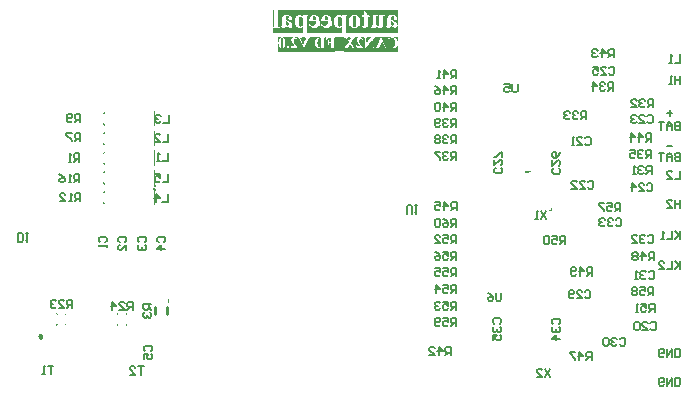
<source format=gbo>
G04*
G04 #@! TF.GenerationSoftware,Altium Limited,Altium Designer,24.0.1 (36)*
G04*
G04 Layer_Color=32896*
%FSLAX44Y44*%
%MOMM*%
G71*
G04*
G04 #@! TF.SameCoordinates,D38121D6-FCFD-4B36-9C1B-6ACBE93BEE1E*
G04*
G04*
G04 #@! TF.FilePolarity,Positive*
G04*
G01*
G75*
%ADD11C,0.2540*%
%ADD13C,0.1524*%
G36*
X83076Y294743D02*
X83174Y294247D01*
X83076Y293752D01*
X82795Y293332D01*
X82375Y293051D01*
X81887Y292954D01*
X81973Y293611D01*
X82403Y294649D01*
X82796Y295161D01*
X83076Y294743D01*
D02*
G37*
G36*
X82375Y285444D02*
X82795Y285163D01*
X83076Y284743D01*
X83174Y284248D01*
X83076Y283752D01*
X82796Y283334D01*
X82403Y283846D01*
X81973Y284884D01*
X81887Y285541D01*
X82375Y285444D01*
D02*
G37*
G36*
X125301Y295706D02*
Y282732D01*
X112268D01*
Y282789D01*
X125243D01*
Y295706D01*
X112268D01*
Y295763D01*
X125301D01*
Y295706D01*
D02*
G37*
G36*
X109300D02*
X96326D01*
Y282789D01*
X109300D01*
Y282732D01*
X96269D01*
Y295706D01*
Y295763D01*
X109300D01*
Y295706D01*
D02*
G37*
G36*
X83076Y278098D02*
X83174Y277602D01*
X83076Y277106D01*
X82795Y276686D01*
X82375Y276406D01*
X81887Y276309D01*
X81973Y276966D01*
X82403Y278003D01*
X82796Y278516D01*
X83076Y278098D01*
D02*
G37*
G36*
X82375Y268798D02*
X82795Y268518D01*
X83076Y268098D01*
X83174Y267602D01*
X83076Y267106D01*
X82796Y266688D01*
X82403Y267201D01*
X81973Y268238D01*
X81887Y268895D01*
X82375Y268798D01*
D02*
G37*
G36*
X125301Y279061D02*
Y266086D01*
X112268D01*
Y266143D01*
X125243D01*
Y279061D01*
X112268D01*
Y279118D01*
X125301D01*
Y279061D01*
D02*
G37*
G36*
X109300D02*
X96326D01*
Y266143D01*
X109300D01*
Y266086D01*
X96269D01*
Y266143D01*
Y279061D01*
Y279118D01*
X109300D01*
Y279061D01*
D02*
G37*
G36*
X83076Y261452D02*
X83174Y260956D01*
X83076Y260461D01*
X82795Y260041D01*
X82375Y259760D01*
X81887Y259663D01*
X81973Y260320D01*
X82403Y261358D01*
X82796Y261870D01*
X83076Y261452D01*
D02*
G37*
G36*
X82375Y252153D02*
X82795Y251872D01*
X83076Y251452D01*
X83174Y250956D01*
X83076Y250461D01*
X82796Y250043D01*
X82403Y250555D01*
X81973Y251593D01*
X81887Y252250D01*
X82375Y252153D01*
D02*
G37*
G36*
X125301Y262415D02*
Y249440D01*
X112268D01*
Y249498D01*
X125243D01*
Y262415D01*
X112268D01*
Y262472D01*
X125301D01*
Y262415D01*
D02*
G37*
G36*
X109300D02*
X96326D01*
Y249498D01*
X109300D01*
Y249440D01*
X96269D01*
Y249498D01*
Y262415D01*
Y262472D01*
X109300D01*
Y262415D01*
D02*
G37*
G36*
X460097Y244845D02*
X459982Y244797D01*
X460187Y244935D01*
X460393Y245072D01*
X460393Y245072D01*
X460393Y245072D01*
X460097Y244845D01*
D02*
G37*
G36*
X422296Y244797D02*
X422180Y244845D01*
X421885Y245072D01*
X422296Y244797D01*
D02*
G37*
G36*
X443503Y245072D02*
X443799Y244845D01*
X443914Y244797D01*
X444229Y244587D01*
X444322Y244569D01*
X442314D01*
Y243220D01*
X439346D01*
Y244569D01*
X438772D01*
X438778Y244598D01*
X439300Y245380D01*
X439304Y245385D01*
X443035D01*
X443503Y245072D01*
D02*
G37*
G36*
X83076Y244806D02*
X83174Y244311D01*
X83076Y243815D01*
X82795Y243395D01*
X82375Y243115D01*
X81887Y243018D01*
X81973Y243675D01*
X82403Y244712D01*
X82796Y245225D01*
X83076Y244806D01*
D02*
G37*
G36*
X82375Y235507D02*
X82795Y235227D01*
X83076Y234807D01*
X83174Y234311D01*
X83076Y233815D01*
X82796Y233397D01*
X82403Y233910D01*
X81973Y234947D01*
X81887Y235604D01*
X82375Y235507D01*
D02*
G37*
G36*
X109300Y245770D02*
X96326D01*
Y232852D01*
X109300D01*
Y232795D01*
X96269D01*
Y232852D01*
Y245770D01*
Y245827D01*
X109300D01*
Y245770D01*
D02*
G37*
G36*
X125301D02*
Y232954D01*
X125689Y233252D01*
X126326Y233516D01*
Y232311D01*
X126167Y231928D01*
X125785Y231770D01*
X124426D01*
X124582Y232145D01*
X125063Y232771D01*
X125093Y232795D01*
X112268D01*
Y232852D01*
X125243D01*
Y245770D01*
X112268D01*
Y245827D01*
X125301D01*
Y245770D01*
D02*
G37*
G36*
X126167Y230048D02*
X126326Y229666D01*
Y227748D01*
X125689Y228011D01*
X125301Y228310D01*
Y216150D01*
X112268D01*
Y216207D01*
X125243D01*
Y229124D01*
X112268D01*
Y229181D01*
X124556D01*
X124279Y229849D01*
X124232Y230207D01*
X125785D01*
X126167Y230048D01*
D02*
G37*
G36*
X83076Y228161D02*
X83174Y227666D01*
X83076Y227170D01*
X82795Y226750D01*
X82375Y226469D01*
X81887Y226372D01*
X81973Y227029D01*
X82403Y228067D01*
X82796Y228579D01*
X83076Y228161D01*
D02*
G37*
G36*
X82375Y218862D02*
X82795Y218581D01*
X83076Y218161D01*
X83174Y217666D01*
X83076Y217170D01*
X82796Y216752D01*
X82403Y217264D01*
X81973Y218302D01*
X81887Y218959D01*
X82375Y218862D01*
D02*
G37*
G36*
X109300Y229124D02*
X96326D01*
Y216207D01*
X109300D01*
Y216150D01*
X96269D01*
Y216207D01*
Y229124D01*
Y229181D01*
X109300D01*
Y229124D01*
D02*
G37*
G36*
X461264Y213475D02*
X461264Y212852D01*
X461116Y212267D01*
X460636D01*
X460389Y212037D01*
X461346D01*
Y213458D01*
X461408Y213483D01*
X461499Y213521D01*
X461885Y213598D01*
X461904Y213600D01*
X461912Y213601D01*
Y212303D01*
X461595Y211537D01*
X460830Y211220D01*
X459431D01*
X459489Y211511D01*
X459555Y211669D01*
X459994D01*
X460389Y212037D01*
X460636Y212267D01*
X460468Y212111D01*
X460626Y212257D01*
X461264Y212852D01*
X461264Y218514D01*
X461264Y213475D01*
D02*
G37*
G36*
X63756Y158200D02*
X63756Y158200D01*
X63756Y207847D01*
X63756Y207848D01*
Y158200D01*
D02*
G37*
G36*
X137847Y137898D02*
Y133398D01*
X137718Y132419D01*
X137687Y132343D01*
X137103Y133104D01*
X136674Y134138D01*
X136528Y135248D01*
X136674Y136357D01*
X137103Y137391D01*
X137784Y138279D01*
X137796Y138288D01*
X137847Y137898D01*
D02*
G37*
G36*
X101890Y125129D02*
X101989Y124634D01*
X101890Y124138D01*
X101610Y123718D01*
X101190Y123438D01*
X100701Y123340D01*
X100788Y123997D01*
X101218Y125035D01*
X101611Y125548D01*
X101890Y125129D01*
D02*
G37*
G36*
X94170Y125035D02*
X94600Y123997D01*
X94687Y123340D01*
X94199Y123438D01*
X93778Y123718D01*
X93498Y124138D01*
X93399Y124634D01*
X93498Y125129D01*
X93777Y125548D01*
X94170Y125035D01*
D02*
G37*
G36*
X50596Y125129D02*
X50695Y124634D01*
X50596Y124138D01*
X50316Y123718D01*
X49896Y123438D01*
X49407Y123340D01*
X49494Y123997D01*
X49924Y125035D01*
X50317Y125548D01*
X50596Y125129D01*
D02*
G37*
G36*
X42876Y125035D02*
X43306Y123997D01*
X43393Y123340D01*
X42905Y123438D01*
X42484Y123718D01*
X42204Y124138D01*
X42105Y124634D01*
X42204Y125129D01*
X42483Y125548D01*
X42876Y125035D01*
D02*
G37*
G36*
X101190Y115830D02*
X101610Y115549D01*
X101890Y115129D01*
X101989Y114634D01*
X101890Y114138D01*
X101611Y113720D01*
X101218Y114233D01*
X100788Y115270D01*
X100701Y115927D01*
X101190Y115830D01*
D02*
G37*
G36*
X94600Y115270D02*
X94170Y114233D01*
X93777Y113720D01*
X93498Y114138D01*
X93399Y114634D01*
X93498Y115129D01*
X93778Y115549D01*
X94199Y115830D01*
X94687Y115927D01*
X94600Y115270D01*
D02*
G37*
G36*
X49896Y115830D02*
X50316Y115549D01*
X50596Y115129D01*
X50695Y114634D01*
X50596Y114138D01*
X50317Y113720D01*
X49924Y114233D01*
X49494Y115270D01*
X49407Y115927D01*
X49896Y115830D01*
D02*
G37*
G36*
X43306Y115270D02*
X42876Y114233D01*
X42483Y113720D01*
X42204Y114138D01*
X42105Y114634D01*
X42204Y115129D01*
X42484Y115549D01*
X42905Y115830D01*
X43393Y115927D01*
X43306Y115270D01*
D02*
G37*
G36*
X430924Y113559D02*
X430809Y113607D01*
X430796Y113617D01*
Y113645D01*
X430924Y113559D01*
D02*
G37*
G36*
X420924D02*
X420809Y113607D01*
X420514Y113834D01*
X420924Y113559D01*
D02*
G37*
G36*
X83429Y105873D02*
X83623Y104898D01*
X83429Y103922D01*
X82928Y103173D01*
Y106623D01*
X83429Y105873D01*
D02*
G37*
G36*
X31885Y105855D02*
X32079Y104880D01*
X31885Y103904D01*
X31384Y103155D01*
Y106605D01*
X31885Y105855D01*
D02*
G37*
G36*
X29383Y107113D02*
X30010Y106632D01*
X30491Y106005D01*
X30658Y105602D01*
Y103383D01*
X30491Y102980D01*
X30077Y102440D01*
X29530Y102331D01*
X28555Y102525D01*
X27728Y103077D01*
X27175Y103904D01*
X26981Y104880D01*
X27175Y105855D01*
X27728Y106682D01*
X28555Y107235D01*
X28916Y107307D01*
X29383Y107113D01*
D02*
G37*
G36*
X30658Y90094D02*
X30499Y90301D01*
Y92640D01*
X30657Y93022D01*
X30658Y93023D01*
Y90094D01*
D02*
G37*
G36*
Y89572D02*
Y87938D01*
X30499Y87554D01*
Y89957D01*
X30658Y89572D01*
D02*
G37*
G36*
X326242Y358299D02*
X326129Y358285D01*
X326016D01*
X325875Y358256D01*
X325579Y358214D01*
X325241Y358130D01*
X324860Y358031D01*
X324465Y357890D01*
X324451D01*
X324437Y357876D01*
X324367Y357848D01*
X324254Y357820D01*
X324127Y357777D01*
X324000Y357721D01*
X323873Y357693D01*
X323760Y357664D01*
X323676Y357650D01*
X323634D01*
X323549Y357664D01*
X323436Y357721D01*
X323366Y357749D01*
X323309Y357805D01*
X323295Y357820D01*
X323281Y357834D01*
X323253Y357876D01*
X323225Y357932D01*
X323182Y358003D01*
X323154Y358087D01*
X323126Y358186D01*
X323098Y358313D01*
X326326D01*
X326242Y358299D01*
D02*
G37*
G36*
X331457Y353506D02*
X331443Y353605D01*
Y353717D01*
X331415Y353858D01*
X331401Y353999D01*
X331373Y354168D01*
X331288Y354549D01*
X331175Y354972D01*
X331006Y355409D01*
X330894Y355620D01*
X330781Y355846D01*
X330767Y355860D01*
X330753Y355902D01*
X330710Y355959D01*
X330654Y356043D01*
X330583Y356142D01*
X330499Y356255D01*
X330414Y356382D01*
X330302Y356508D01*
X330034Y356805D01*
X329724Y357100D01*
X329357Y357397D01*
X328948Y357664D01*
X328934Y357678D01*
X328892Y357693D01*
X328835Y357721D01*
X328751Y357763D01*
X328638Y357820D01*
X328511Y357876D01*
X328370Y357932D01*
X328201Y357989D01*
X328032Y358045D01*
X327835Y358101D01*
X327426Y358214D01*
X326975Y358285D01*
X326735Y358313D01*
X331457D01*
Y353506D01*
D02*
G37*
G36*
X233244Y357805D02*
X233300D01*
X233455Y357749D01*
X233526Y357707D01*
X233596Y357650D01*
X233610Y357636D01*
X233638Y357608D01*
X233681Y357537D01*
X233737Y357453D01*
X233794Y357340D01*
X233850Y357199D01*
X233892Y357030D01*
X233934Y356819D01*
Y356805D01*
Y356790D01*
X233948Y356748D01*
Y356678D01*
Y356579D01*
X233963Y356452D01*
Y356283D01*
X233977Y356086D01*
X233991Y355832D01*
Y355550D01*
X234005Y355211D01*
Y354831D01*
Y354605D01*
Y354380D01*
X234019Y354140D01*
Y353886D01*
Y353605D01*
Y353322D01*
Y353012D01*
Y352688D01*
Y352660D01*
Y352604D01*
Y352505D01*
Y352378D01*
Y352223D01*
X234005Y352040D01*
Y351842D01*
Y351645D01*
X233991Y351208D01*
X233963Y350785D01*
X233948Y350574D01*
X233934Y350390D01*
X233920Y350235D01*
X233892Y350094D01*
Y350080D01*
X233878Y350024D01*
X233850Y349939D01*
X233822Y349841D01*
X233737Y349629D01*
X233681Y349530D01*
X233610Y349460D01*
X233596D01*
X233568Y349432D01*
X233526Y349418D01*
X233469Y349389D01*
X233399Y349361D01*
X233314Y349333D01*
X233216Y349319D01*
X233103Y349305D01*
X233046D01*
X232990Y349319D01*
X232905Y349333D01*
X232835Y349361D01*
X232750Y349389D01*
X232666Y349446D01*
X232595Y349516D01*
X232581Y349530D01*
X232553Y349587D01*
X232496Y349671D01*
X232454Y349798D01*
X232398Y349953D01*
X232341Y350165D01*
X232299Y350390D01*
X232271Y350672D01*
X232243Y353562D01*
Y353590D01*
Y353661D01*
Y353788D01*
Y353943D01*
Y354126D01*
Y354338D01*
Y354563D01*
Y354803D01*
Y355282D01*
X232257Y355522D01*
Y355733D01*
Y355930D01*
Y356114D01*
X232271Y356241D01*
Y356339D01*
Y356353D01*
Y356382D01*
X232285Y356424D01*
Y356494D01*
X232299Y356649D01*
X232341Y356847D01*
X232384Y357058D01*
X232440Y357256D01*
X232511Y357453D01*
X232553Y357523D01*
X232595Y357594D01*
X232609Y357608D01*
X232623Y357636D01*
X232666Y357664D01*
X232722Y357707D01*
X232807Y357749D01*
X232891Y357791D01*
X233018Y357805D01*
X233145Y357820D01*
X233187D01*
X233244Y357805D01*
D02*
G37*
G36*
X322830Y355155D02*
X323098D01*
Y355169D01*
X323112Y355211D01*
X323126Y355268D01*
X323154Y355367D01*
X323197Y355465D01*
X323239Y355578D01*
X323352Y355860D01*
X323493Y356170D01*
X323690Y356480D01*
X323916Y356790D01*
X324198Y357058D01*
X324212Y357072D01*
X324240Y357086D01*
X324282Y357115D01*
X324338Y357157D01*
X324409Y357213D01*
X324508Y357270D01*
X324719Y357397D01*
X325001Y357509D01*
X325297Y357622D01*
X325649Y357693D01*
X325833Y357721D01*
X326101D01*
X326157Y357707D01*
X326242D01*
X326326Y357693D01*
X326538Y357664D01*
X326777Y357594D01*
X327045Y357509D01*
X327313Y357397D01*
X327581Y357227D01*
X327595D01*
X327609Y357199D01*
X327694Y357143D01*
X327821Y357030D01*
X327976Y356875D01*
X328145Y356692D01*
X328314Y356466D01*
X328483Y356212D01*
X328624Y355930D01*
Y355916D01*
X328638Y355888D01*
X328666Y355832D01*
X328680Y355747D01*
X328723Y355663D01*
X328751Y355550D01*
X328793Y355409D01*
X328821Y355268D01*
X328864Y355113D01*
X328906Y354930D01*
X328962Y354549D01*
X329019Y354126D01*
X329033Y353675D01*
Y353661D01*
Y353619D01*
Y353562D01*
Y353464D01*
X329019Y353365D01*
Y353238D01*
X329005Y353097D01*
X328991Y352942D01*
X328962Y352589D01*
X328906Y352223D01*
X328835Y351828D01*
X328737Y351448D01*
Y351433D01*
X328723Y351405D01*
X328709Y351349D01*
X328680Y351278D01*
X328638Y351194D01*
X328610Y351109D01*
X328497Y350884D01*
X328370Y350630D01*
X328201Y350390D01*
X328004Y350137D01*
X327778Y349925D01*
X327764D01*
X327750Y349897D01*
X327708Y349883D01*
X327651Y349841D01*
X327510Y349770D01*
X327313Y349671D01*
X327073Y349573D01*
X326777Y349502D01*
X326439Y349446D01*
X326072Y349418D01*
X325932D01*
X325847Y349432D01*
X325762D01*
X325551Y349460D01*
X325311Y349502D01*
X325043Y349573D01*
X324776Y349657D01*
X324508Y349784D01*
X324494D01*
X324479Y349798D01*
X324437Y349827D01*
X324381Y349855D01*
X324240Y349953D01*
X324043Y350094D01*
X323817Y350263D01*
X323563Y350489D01*
X323281Y350757D01*
X322985Y351081D01*
Y350306D01*
X322999Y350292D01*
X323013Y350278D01*
X323056Y350235D01*
X323112Y350179D01*
X323267Y350038D01*
X323479Y349855D01*
X323718Y349671D01*
X323986Y349474D01*
X324282Y349291D01*
X324592Y349136D01*
X324606D01*
X324635Y349122D01*
X324677Y349108D01*
X324733Y349079D01*
X324818Y349051D01*
X324902Y349023D01*
X325015Y348995D01*
X325142Y348967D01*
X325424Y348896D01*
X325748Y348840D01*
X326115Y348797D01*
X326524Y348783D01*
X326665D01*
X326763Y348797D01*
X326890D01*
X327045Y348811D01*
X327214Y348826D01*
X327383Y348854D01*
X327792Y348924D01*
X328229Y349023D01*
X328666Y349164D01*
X329103Y349361D01*
X329117Y349375D01*
X329146Y349389D01*
X329216Y349418D01*
X329286Y349474D01*
X329385Y349530D01*
X329498Y349601D01*
X329738Y349784D01*
X330020Y350024D01*
X330316Y350320D01*
X330598Y350658D01*
X330851Y351039D01*
Y351053D01*
X330880Y351095D01*
X330908Y351152D01*
X330950Y351236D01*
X330992Y351335D01*
X331049Y351448D01*
X331091Y351589D01*
X331147Y351744D01*
X331204Y351913D01*
X331260Y352096D01*
X331359Y352491D01*
X331429Y352928D01*
X331443Y353153D01*
X331457Y353379D01*
Y348783D01*
Y346034D01*
X285558D01*
Y346894D01*
X278425D01*
Y346034D01*
X230170D01*
Y348811D01*
Y353322D01*
X230185Y353196D01*
Y353055D01*
X230199Y352900D01*
X230213Y352716D01*
X230269Y352322D01*
X230340Y351899D01*
X230438Y351448D01*
X230565Y350997D01*
Y350982D01*
X230579Y350968D01*
X230607Y350884D01*
X230664Y350743D01*
X230720Y350574D01*
X230819Y350390D01*
X230918Y350193D01*
X231045Y349996D01*
X231185Y349812D01*
X231200Y349798D01*
X231256Y349742D01*
X231327Y349657D01*
X231439Y349544D01*
X231566Y349432D01*
X231721Y349305D01*
X231876Y349192D01*
X232059Y349079D01*
X232088Y349065D01*
X232144Y349037D01*
X232243Y348995D01*
X232370Y348952D01*
X232525Y348896D01*
X232708Y348854D01*
X232905Y348826D01*
X233117Y348811D01*
X233230D01*
X233356Y348826D01*
X233512Y348854D01*
X233695Y348896D01*
X233906Y348952D01*
X234104Y349023D01*
X234315Y349136D01*
X234343Y349150D01*
X234400Y349192D01*
X234498Y349277D01*
X234625Y349389D01*
X234766Y349516D01*
X234921Y349686D01*
X235090Y349869D01*
X235245Y350094D01*
X235259Y350122D01*
X235288Y350179D01*
X235344Y350278D01*
X235415Y350419D01*
X235499Y350602D01*
X235584Y350813D01*
X235683Y351053D01*
X235767Y351321D01*
Y351335D01*
X235781Y351363D01*
X235795Y351419D01*
X235809Y351504D01*
X235837Y351589D01*
X235852Y351701D01*
X235880Y351828D01*
X235908Y351969D01*
X235964Y352279D01*
X236007Y352646D01*
X236035Y353027D01*
X236049Y353435D01*
Y353689D01*
X236035Y353816D01*
X236021Y353971D01*
Y354140D01*
X235993Y354338D01*
X235979Y354535D01*
X235950Y354746D01*
X235880Y355211D01*
X235781Y355677D01*
X235640Y356156D01*
Y356170D01*
X235626Y356198D01*
X235598Y356255D01*
X235570Y356325D01*
X235541Y356410D01*
X235499Y356508D01*
X235386Y356734D01*
X235245Y356988D01*
X235062Y357256D01*
X234851Y357509D01*
X234611Y357735D01*
X234597D01*
X234583Y357763D01*
X234541Y357791D01*
X234484Y357820D01*
X234343Y357904D01*
X234160Y358017D01*
X233934Y358116D01*
X233681Y358200D01*
X233413Y358256D01*
X233117Y358285D01*
X233032D01*
X232976Y358271D01*
X232835Y358256D01*
X232638Y358214D01*
X232412Y358158D01*
X232158Y358059D01*
X231905Y357918D01*
X231637Y357735D01*
X231623D01*
X231608Y357707D01*
X231524Y357636D01*
X231397Y357523D01*
X231256Y357354D01*
X231087Y357143D01*
X230918Y356903D01*
X230763Y356607D01*
X230622Y356283D01*
Y356269D01*
X230607Y356227D01*
X230579Y356156D01*
X230551Y356057D01*
X230523Y355945D01*
X230481Y355804D01*
X230438Y355648D01*
X230396Y355465D01*
X230354Y355282D01*
X230312Y355071D01*
X230269Y354845D01*
X230241Y354605D01*
X230185Y354098D01*
X230170Y353548D01*
Y358285D01*
Y358313D01*
X322830D01*
Y355155D01*
D02*
G37*
G36*
X331116Y366405D02*
Y368425D01*
X331093Y368519D01*
X331069Y368731D01*
X330999Y369036D01*
X330858Y369365D01*
X330693Y369718D01*
X330435Y370093D01*
X330294Y370258D01*
X330106Y370446D01*
X330083Y370470D01*
X330059Y370493D01*
X329989Y370540D01*
X329895Y370634D01*
X329754Y370728D01*
X329589Y370845D01*
X329401Y370963D01*
X329143Y371127D01*
X328884Y371292D01*
X328555Y371503D01*
X328179Y371715D01*
X327757Y371926D01*
X327310Y372185D01*
X326793Y372443D01*
X326229Y372725D01*
X325595Y373007D01*
Y374064D01*
Y374088D01*
Y374111D01*
Y374252D01*
Y374464D01*
X325619Y374699D01*
Y374934D01*
X325642Y375192D01*
X325689Y375403D01*
X325736Y375544D01*
Y375568D01*
X325759Y375591D01*
X325830Y375732D01*
X325994Y375897D01*
X326088Y375991D01*
X326229Y376085D01*
X326253D01*
X326300Y376132D01*
X326370Y376155D01*
X326464Y376202D01*
X326723Y376273D01*
X327028Y376320D01*
X327146D01*
X327287Y376296D01*
X327451Y376273D01*
X327850Y376179D01*
X328038Y376108D01*
X328226Y375991D01*
X328250D01*
X328273Y375944D01*
X328367Y375850D01*
X328485Y375709D01*
X328508Y375615D01*
X328532Y375521D01*
Y375474D01*
X328485Y375356D01*
X328391Y375168D01*
X328320Y375051D01*
X328203Y374934D01*
X328179Y374910D01*
X328132Y374863D01*
X328062Y374769D01*
X327991Y374652D01*
X327850Y374346D01*
X327803Y374182D01*
X327780Y374017D01*
Y373994D01*
Y373923D01*
X327803Y373829D01*
X327827Y373688D01*
X327874Y373547D01*
X327968Y373383D01*
X328062Y373218D01*
X328203Y373077D01*
X328226Y373054D01*
X328273Y373030D01*
X328367Y372960D01*
X328485Y372889D01*
X328626Y372819D01*
X328814Y372772D01*
X329025Y372725D01*
X329260Y372701D01*
X329378D01*
X329519Y372725D01*
X329660Y372748D01*
X329848Y372795D01*
X330059Y372889D01*
X330247Y372983D01*
X330435Y373124D01*
X330458Y373148D01*
X330505Y373195D01*
X330576Y373289D01*
X330670Y373406D01*
X330764Y373547D01*
X330834Y373712D01*
X330881Y373900D01*
X330905Y374111D01*
Y374158D01*
Y374252D01*
X330881Y374393D01*
X330834Y374605D01*
X330740Y374840D01*
X330646Y375098D01*
X330482Y375356D01*
X330271Y375638D01*
X330247Y375662D01*
X330153Y375756D01*
X330012Y375897D01*
X329801Y376061D01*
X329566Y376226D01*
X329260Y376414D01*
X328908Y376602D01*
X328508Y376766D01*
X328485D01*
X328461Y376790D01*
X328391Y376813D01*
X328297Y376837D01*
X328086Y376884D01*
X327780Y376978D01*
X327428Y377048D01*
X327005Y377095D01*
X326582Y377142D01*
X326112Y377165D01*
X321060D01*
X325877D01*
X325595Y377142D01*
X325266Y377095D01*
X324890Y377001D01*
X324491Y376907D01*
X324115Y376743D01*
X323762Y376531D01*
X323715Y376508D01*
X323621Y376414D01*
X323480Y376296D01*
X323293Y376132D01*
X323105Y375920D01*
X322916Y375685D01*
X322752Y375427D01*
X322635Y375145D01*
Y375121D01*
X322611Y375051D01*
X322588Y374910D01*
X322541Y374699D01*
X322517Y374417D01*
Y374252D01*
X322494Y374041D01*
Y373829D01*
X322470Y373571D01*
Y373312D01*
Y373007D01*
Y368942D01*
Y368919D01*
Y368825D01*
Y368707D01*
Y368566D01*
X322447Y368261D01*
Y368144D01*
X322423Y368050D01*
Y368026D01*
X322376Y367956D01*
X322329Y367862D01*
X322259Y367767D01*
X322235D01*
X322188Y367744D01*
X322094Y367720D01*
X322000Y367697D01*
X321953D01*
X321812Y367744D01*
X321742Y367791D01*
X321624Y367862D01*
X321530Y367956D01*
X321413Y368097D01*
X321060Y367838D01*
X321084Y367791D01*
X321154Y367697D01*
X321272Y367556D01*
X321413Y367368D01*
X321601Y367180D01*
X321789Y366969D01*
X322000Y366781D01*
X322235Y366616D01*
X322259Y366593D01*
X322329Y366569D01*
X322470Y366499D01*
X322635Y366452D01*
X322823Y366381D01*
X323058Y366311D01*
X323316Y366287D01*
X323598Y366264D01*
X326394D01*
X323739D01*
X323903Y366287D01*
X324115Y366311D01*
X324326Y366358D01*
X324561Y366428D01*
X324796Y366522D01*
X325008Y366663D01*
X325031Y366687D01*
X325078Y366734D01*
X325172Y366851D01*
X325266Y366992D01*
X325360Y367157D01*
X325454Y367392D01*
X325548Y367650D01*
X325595Y367956D01*
X325619Y367932D01*
X325689Y367885D01*
X325783Y367791D01*
X325924Y367697D01*
X326088Y367556D01*
X326276Y367415D01*
X326511Y367274D01*
X326746Y367110D01*
X327287Y366804D01*
X327874Y366522D01*
X328156Y366428D01*
X328461Y366334D01*
X328767Y366287D01*
X329049Y366264D01*
X329190D01*
X329354Y366287D01*
X329566Y366334D01*
X329801Y366405D01*
X330059Y366499D01*
X330294Y366640D01*
X330529Y366828D01*
X330552Y366851D01*
X330623Y366945D01*
X330717Y367063D01*
X330811Y367227D01*
X330928Y367439D01*
X331022Y367697D01*
X331093Y367979D01*
X331116Y368308D01*
Y366264D01*
D01*
Y361494D01*
X288426D01*
Y362082D01*
Y361894D01*
X288308D01*
X288191Y361917D01*
X288050Y361964D01*
X287862Y362011D01*
X287698Y362082D01*
X287533Y362176D01*
X287392Y362293D01*
Y362317D01*
X287345Y362340D01*
X287322Y362434D01*
X287275Y362552D01*
X287228Y362740D01*
X287204Y362975D01*
X287157Y363256D01*
Y363632D01*
Y374675D01*
Y374699D01*
Y374722D01*
Y374863D01*
X287181Y375051D01*
Y375262D01*
X287228Y375497D01*
X287275Y375732D01*
X287345Y375944D01*
X287439Y376085D01*
X287463Y376108D01*
X287486Y376132D01*
X287557Y376202D01*
X287651Y376249D01*
X287792Y376320D01*
X287956Y376390D01*
X288167Y376437D01*
X288426Y376461D01*
Y366499D01*
Y377165D01*
Y376860D01*
X284032D01*
Y375474D01*
X284009Y375521D01*
X283938Y375615D01*
X283821Y375756D01*
X283680Y375920D01*
X283515Y376108D01*
X283328Y376296D01*
X283139Y376484D01*
X282928Y376625D01*
X282881Y376649D01*
X282787Y376719D01*
X282623Y376790D01*
X282388Y376907D01*
X282129Y377001D01*
X281824Y377072D01*
X281495Y377142D01*
X281142Y377165D01*
X280954D01*
X280720Y377118D01*
X280438Y377072D01*
X280132Y376978D01*
X279780Y376860D01*
X279404Y376672D01*
X279051Y376437D01*
X279004Y376414D01*
X278887Y376296D01*
X278722Y376132D01*
X278511Y375920D01*
X278276Y375615D01*
X278041Y375286D01*
X277806Y374887D01*
X277595Y374417D01*
Y374393D01*
X277571Y374370D01*
X277548Y374299D01*
X277524Y374205D01*
X277477Y374088D01*
X277430Y373947D01*
X277336Y373594D01*
X277266Y373195D01*
X277172Y372725D01*
X277125Y372208D01*
X277101Y371668D01*
Y361494D01*
X255345D01*
Y361917D01*
Y361894D01*
X255228D01*
X255110Y361917D01*
X254969Y361964D01*
X254781Y362011D01*
X254617Y362082D01*
X254452Y362176D01*
X254311Y362293D01*
Y362317D01*
X254264Y362340D01*
X254241Y362434D01*
X254194Y362552D01*
X254147Y362740D01*
X254123Y362975D01*
X254076Y363256D01*
Y363632D01*
Y374675D01*
Y374698D01*
Y374722D01*
Y374863D01*
X254100Y375051D01*
Y375262D01*
X254147Y375497D01*
X254194Y375732D01*
X254264Y375944D01*
X254358Y376085D01*
X254382Y376108D01*
X254405Y376132D01*
X254476Y376202D01*
X254570Y376249D01*
X254711Y376320D01*
X254875Y376390D01*
X255086Y376437D01*
X255345Y376461D01*
Y371950D01*
Y377165D01*
Y376860D01*
X250951D01*
Y375474D01*
X250928Y375521D01*
X250857Y375615D01*
X250740Y375756D01*
X250599Y375920D01*
X250434Y376108D01*
X250247Y376296D01*
X250059Y376484D01*
X249847Y376625D01*
X249800Y376649D01*
X249706Y376719D01*
X249542Y376790D01*
X249307Y376907D01*
X249048Y377001D01*
X248743Y377071D01*
X248414Y377142D01*
X248062Y377165D01*
X247873D01*
X247639Y377118D01*
X247357Y377071D01*
X247051Y376978D01*
X246699Y376860D01*
X246323Y376672D01*
X245970Y376437D01*
X245923Y376414D01*
X245806Y376296D01*
X245641Y376132D01*
X245430Y375920D01*
X245195Y375615D01*
X244960Y375286D01*
X244725Y374887D01*
X244514Y374417D01*
Y374393D01*
X244490Y374370D01*
X244467Y374299D01*
X244443Y374205D01*
X244396Y374088D01*
X244349Y373947D01*
X244255Y373594D01*
X244185Y373195D01*
X244091Y372725D01*
X244044Y372208D01*
X244020Y371668D01*
Y371409D01*
X244044Y371268D01*
Y371104D01*
X244091Y370728D01*
X244138Y370281D01*
X244232Y369788D01*
X244373Y369271D01*
X244537Y368778D01*
Y368754D01*
X244561Y368731D01*
X244584Y368660D01*
X244631Y368566D01*
X244749Y368331D01*
X244913Y368026D01*
X245125Y367720D01*
X245383Y367392D01*
X245665Y367063D01*
X246017Y366781D01*
X246064Y366757D01*
X246182Y366687D01*
X246393Y366569D01*
X246652Y366452D01*
X246957Y366311D01*
X247333Y366217D01*
X247733Y366123D01*
X248179Y366099D01*
X248320D01*
X248484Y366123D01*
X248696Y366146D01*
X248954Y366193D01*
X249213Y366264D01*
X249495Y366358D01*
X249777Y366475D01*
X249800Y366499D01*
X249871Y366522D01*
X249988Y366593D01*
X250129Y366710D01*
X250317Y366851D01*
X250505Y367016D01*
X250716Y367227D01*
X250951Y367462D01*
Y363562D01*
Y363538D01*
Y363444D01*
Y363303D01*
X250928Y363139D01*
X250904Y362763D01*
X250881Y362599D01*
X250834Y362481D01*
Y362458D01*
X250810Y362434D01*
X250740Y362317D01*
X250622Y362176D01*
X250458Y362035D01*
X250434D01*
X250411Y362011D01*
X250317Y361988D01*
X250223Y361964D01*
X250059Y361941D01*
X249871Y361917D01*
X249659Y361894D01*
X249377D01*
Y361494D01*
X244020D01*
Y361494D01*
X225436D01*
Y366405D01*
X231098D01*
Y374910D01*
Y366804D01*
X230981D01*
X230863Y366828D01*
X230722Y366851D01*
X230534Y366898D01*
X230370Y366969D01*
X230205Y367063D01*
X230064Y367204D01*
Y367227D01*
X230017Y367251D01*
X229994Y367345D01*
X229947Y367462D01*
X229900Y367650D01*
X229876Y367885D01*
X229829Y368190D01*
Y368566D01*
Y379421D01*
Y379445D01*
Y379468D01*
Y379585D01*
X229853Y379773D01*
Y380008D01*
X229900Y380243D01*
X229947Y380455D01*
X230017Y380666D01*
X230111Y380807D01*
X230135Y380831D01*
X230158Y380854D01*
X230229Y380925D01*
X230323Y380972D01*
X230464Y381042D01*
X230628Y381113D01*
X230840Y381160D01*
X231098Y381183D01*
Y381583D01*
X226705D01*
Y368566D01*
Y368519D01*
Y368378D01*
X226681Y368190D01*
Y367979D01*
X226658Y367720D01*
X226611Y367486D01*
X226540Y367298D01*
X226470Y367133D01*
X226446Y367110D01*
X226423Y367086D01*
X226352Y367039D01*
X226235Y366969D01*
X226094Y366922D01*
X225929Y366875D01*
X225694Y366828D01*
X225436Y366804D01*
Y381583D01*
X225673D01*
X225436D01*
Y381583D01*
X331116D01*
Y366405D01*
D02*
G37*
G36*
X325666Y372208D02*
X325736Y372185D01*
X325830Y372114D01*
X326065Y371950D01*
X326370Y371738D01*
X326699Y371503D01*
X327052Y371198D01*
X327357Y370892D01*
X327639Y370563D01*
X327663Y370540D01*
X327710Y370470D01*
X327780Y370328D01*
X327850Y370187D01*
X327921Y370000D01*
X327991Y369788D01*
X328038Y369577D01*
X328062Y369342D01*
Y369318D01*
Y369248D01*
X328038Y369154D01*
X328015Y369036D01*
X327968Y368895D01*
X327921Y368731D01*
X327827Y368590D01*
X327710Y368425D01*
X327686D01*
X327663Y368378D01*
X327592Y368331D01*
X327498Y368284D01*
X327381Y368237D01*
X327263Y368190D01*
X327099Y368167D01*
X326911Y368144D01*
X326817D01*
X326699Y368167D01*
X326535Y368214D01*
X326347Y368308D01*
X326112Y368402D01*
X325877Y368566D01*
X325595Y368778D01*
Y372255D01*
X325619D01*
X325666Y372208D01*
D02*
G37*
G36*
X282364Y375779D02*
X282576Y375709D01*
X282834Y375591D01*
X282975Y375521D01*
X283116Y375403D01*
X283281Y375262D01*
X283445Y375121D01*
X283586Y374910D01*
X283750Y374699D01*
X283891Y374440D01*
X284032Y374158D01*
Y368590D01*
X284009Y368566D01*
X283985Y368543D01*
X283938Y368472D01*
X283868Y368378D01*
X283680Y368167D01*
X283421Y367932D01*
X283092Y367674D01*
X282764Y367462D01*
X282576Y367368D01*
X282364Y367298D01*
X282176Y367274D01*
X281965Y367251D01*
X281871D01*
X281753Y367274D01*
X281612Y367321D01*
X281448Y367415D01*
X281283Y367509D01*
X281119Y367674D01*
X280954Y367885D01*
X280931Y367932D01*
X280907Y367979D01*
X280861Y368073D01*
X280814Y368167D01*
X280767Y368308D01*
X280720Y368472D01*
X280649Y368684D01*
X280602Y368895D01*
X280555Y369154D01*
X280508Y369436D01*
X280461Y369765D01*
X280414Y370140D01*
X280391Y370517D01*
X280367Y370963D01*
Y371433D01*
Y371456D01*
Y371550D01*
Y371691D01*
Y371879D01*
X280391Y372091D01*
Y372349D01*
X280414Y372607D01*
X280438Y372913D01*
X280532Y373524D01*
X280649Y374135D01*
X280720Y374417D01*
X280814Y374699D01*
X280907Y374934D01*
X281025Y375145D01*
X281049Y375168D01*
X281096Y375239D01*
X281189Y375356D01*
X281330Y375474D01*
X281495Y375591D01*
X281683Y375709D01*
X281918Y375779D01*
X282176Y375803D01*
X282223D01*
X282364Y375779D01*
D02*
G37*
G36*
X249283Y375779D02*
X249495Y375709D01*
X249753Y375591D01*
X249894Y375521D01*
X250035Y375403D01*
X250200Y375262D01*
X250364Y375121D01*
X250505Y374910D01*
X250669Y374698D01*
X250810Y374440D01*
X250951Y374158D01*
Y368590D01*
X250928Y368566D01*
X250904Y368543D01*
X250857Y368472D01*
X250787Y368378D01*
X250599Y368167D01*
X250340Y367932D01*
X250012Y367673D01*
X249683Y367462D01*
X249495Y367368D01*
X249283Y367298D01*
X249095Y367274D01*
X248884Y367251D01*
X248790D01*
X248672Y367274D01*
X248531Y367321D01*
X248367Y367415D01*
X248202Y367509D01*
X248038Y367673D01*
X247873Y367885D01*
X247850Y367932D01*
X247826Y367979D01*
X247780Y368073D01*
X247733Y368167D01*
X247686Y368308D01*
X247639Y368472D01*
X247568Y368684D01*
X247521Y368895D01*
X247474Y369154D01*
X247427Y369436D01*
X247380Y369765D01*
X247333Y370140D01*
X247310Y370516D01*
X247286Y370963D01*
Y371433D01*
Y371456D01*
Y371550D01*
Y371691D01*
Y371879D01*
X247310Y372091D01*
Y372349D01*
X247333Y372607D01*
X247357Y372913D01*
X247451Y373524D01*
X247568Y374135D01*
X247639Y374417D01*
X247733Y374698D01*
X247826Y374934D01*
X247944Y375145D01*
X247967Y375168D01*
X248015Y375239D01*
X248109Y375356D01*
X248249Y375474D01*
X248414Y375591D01*
X248602Y375709D01*
X248837Y375779D01*
X249095Y375803D01*
X249142D01*
X249283Y375779D01*
D02*
G37*
G36*
X277125Y371268D02*
Y371104D01*
X277172Y370728D01*
X277219Y370281D01*
X277313Y369788D01*
X277454Y369271D01*
X277618Y368778D01*
Y368754D01*
X277642Y368731D01*
X277665Y368660D01*
X277712Y368566D01*
X277830Y368331D01*
X277994Y368026D01*
X278206Y367720D01*
X278464Y367392D01*
X278746Y367063D01*
X279098Y366781D01*
X279145Y366757D01*
X279263Y366687D01*
X279474Y366569D01*
X279733Y366452D01*
X280038Y366311D01*
X280414Y366217D01*
X280814Y366123D01*
X281260Y366099D01*
X281401D01*
X281565Y366123D01*
X281777Y366146D01*
X282035Y366193D01*
X282294Y366264D01*
X282576Y366358D01*
X282858Y366475D01*
X282881Y366499D01*
X282952Y366522D01*
X283069Y366593D01*
X283210Y366710D01*
X283398Y366851D01*
X283586Y367016D01*
X283797Y367227D01*
X284032Y367462D01*
Y363562D01*
Y363538D01*
Y363445D01*
Y363303D01*
X284009Y363139D01*
X283985Y362763D01*
X283962Y362599D01*
X283915Y362481D01*
Y362458D01*
X283891Y362434D01*
X283821Y362317D01*
X283703Y362176D01*
X283539Y362035D01*
X283515D01*
X283492Y362011D01*
X283398Y361988D01*
X283304Y361964D01*
X283139Y361941D01*
X282952Y361917D01*
X282740Y361894D01*
X282458D01*
Y361494D01*
X277101D01*
Y371409D01*
X277125Y371268D01*
D02*
G37*
%LPC*%
G36*
X299119Y358285D02*
X298823D01*
X298682Y358271D01*
X298513Y358242D01*
X298330Y358200D01*
X298118Y358144D01*
X297892Y358073D01*
X297681Y357960D01*
X297653Y357946D01*
X297582Y357904D01*
X297484Y357834D01*
X297357Y357735D01*
X297202Y357608D01*
X297061Y357453D01*
X296906Y357270D01*
X296779Y357072D01*
X296765Y357044D01*
X296723Y356974D01*
X296680Y356875D01*
X296610Y356734D01*
X296553Y356565D01*
X296511Y356396D01*
X296469Y356212D01*
X296455Y356029D01*
Y356015D01*
Y355987D01*
Y355945D01*
X296469Y355874D01*
Y355789D01*
X296483Y355691D01*
X296511Y355465D01*
X296581Y355183D01*
X296666Y354887D01*
X296793Y354549D01*
X296962Y354211D01*
X296976Y354197D01*
X296990Y354154D01*
X297033Y354084D01*
X297103Y353985D01*
X297188Y353858D01*
X297300Y353703D01*
X297427Y353520D01*
X297582Y353308D01*
X297766Y353083D01*
X297977Y352829D01*
X298217Y352533D01*
X298499Y352237D01*
X298795Y351899D01*
X299133Y351546D01*
X299514Y351166D01*
X299923Y350757D01*
X297709D01*
X297568Y350771D01*
X297399D01*
X297258Y350785D01*
X297117Y350799D01*
X297019Y350813D01*
X297004D01*
X296976Y350827D01*
X296892Y350856D01*
X296765Y350926D01*
X296652Y351011D01*
Y351025D01*
X296624Y351039D01*
X296596Y351081D01*
X296553Y351152D01*
X296497Y351236D01*
X296441Y351335D01*
X296370Y351476D01*
X296285Y351631D01*
X296032D01*
X296553Y348995D01*
X301896D01*
Y349136D01*
X301882Y349150D01*
X301868Y349164D01*
X301840Y349206D01*
X301783Y349263D01*
X301670Y349418D01*
X301501Y349615D01*
X301304Y349841D01*
X301092Y350122D01*
X300853Y350419D01*
X300599Y350729D01*
X300078Y351391D01*
X299838Y351716D01*
X299598Y352040D01*
X299373Y352336D01*
X299189Y352618D01*
X299020Y352871D01*
X298908Y353083D01*
Y353097D01*
X298879Y353125D01*
X298865Y353182D01*
X298823Y353252D01*
X298781Y353351D01*
X298738Y353449D01*
X298696Y353576D01*
X298640Y353717D01*
X298555Y354013D01*
X298470Y354338D01*
X298414Y354690D01*
X298386Y355056D01*
Y355071D01*
Y355085D01*
Y355169D01*
X298414Y355310D01*
X298442Y355465D01*
X298499Y355648D01*
X298569Y355846D01*
X298682Y356043D01*
X298823Y356227D01*
X298837Y356241D01*
X298908Y356297D01*
X298992Y356382D01*
X299119Y356466D01*
X299274Y356551D01*
X299457Y356635D01*
X299669Y356692D01*
X299894Y356706D01*
X299993D01*
X300063Y356692D01*
X300148Y356678D01*
X300247Y356649D01*
X300472Y356579D01*
X300599Y356523D01*
X300740Y356452D01*
X300867Y356367D01*
X300994Y356269D01*
X301135Y356142D01*
X301262Y356001D01*
X301374Y355846D01*
X301487Y355663D01*
X301741Y355747D01*
Y355761D01*
X301727Y355804D01*
X301699Y355874D01*
X301670Y355959D01*
X301628Y356071D01*
X301586Y356184D01*
X301459Y356480D01*
X301304Y356790D01*
X301121Y357100D01*
X300895Y357411D01*
X300768Y357537D01*
X300641Y357664D01*
X300627Y357678D01*
X300613Y357693D01*
X300571Y357721D01*
X300515Y357763D01*
X300444Y357805D01*
X300359Y357862D01*
X300148Y357975D01*
X299908Y358087D01*
X299612Y358186D01*
X299288Y358256D01*
X299119Y358285D01*
D02*
G37*
G36*
X243746D02*
X243450D01*
X243309Y358271D01*
X243140Y358242D01*
X242957Y358200D01*
X242745Y358144D01*
X242519Y358073D01*
X242308Y357960D01*
X242280Y357946D01*
X242209Y357904D01*
X242111Y357834D01*
X241984Y357735D01*
X241829Y357608D01*
X241688Y357453D01*
X241533Y357270D01*
X241406Y357072D01*
X241392Y357044D01*
X241350Y356974D01*
X241307Y356875D01*
X241237Y356734D01*
X241180Y356565D01*
X241138Y356396D01*
X241096Y356212D01*
X241082Y356029D01*
Y356015D01*
Y355987D01*
Y355945D01*
X241096Y355874D01*
Y355789D01*
X241110Y355691D01*
X241138Y355465D01*
X241208Y355183D01*
X241293Y354887D01*
X241420Y354549D01*
X241589Y354211D01*
X241603Y354197D01*
X241617Y354154D01*
X241660Y354084D01*
X241730Y353985D01*
X241815Y353858D01*
X241927Y353703D01*
X242054Y353520D01*
X242209Y353308D01*
X242393Y353083D01*
X242604Y352829D01*
X242844Y352533D01*
X243126Y352237D01*
X243422Y351899D01*
X243760Y351546D01*
X244141Y351166D01*
X244550Y350757D01*
X242336D01*
X242195Y350771D01*
X242026D01*
X241885Y350785D01*
X241744Y350799D01*
X241646Y350813D01*
X241631D01*
X241603Y350827D01*
X241519Y350856D01*
X241392Y350926D01*
X241279Y351011D01*
Y351025D01*
X241251Y351039D01*
X241223Y351081D01*
X241180Y351152D01*
X241124Y351236D01*
X241068Y351335D01*
X240997Y351476D01*
X240912Y351631D01*
X240659D01*
X241180Y348995D01*
X246523D01*
Y349136D01*
X246509Y349150D01*
X246495Y349164D01*
X246467Y349206D01*
X246410Y349263D01*
X246297Y349418D01*
X246128Y349615D01*
X245931Y349841D01*
X245720Y350122D01*
X245480Y350419D01*
X245226Y350729D01*
X244704Y351391D01*
X244465Y351716D01*
X244225Y352040D01*
X244000Y352336D01*
X243816Y352618D01*
X243647Y352871D01*
X243535Y353083D01*
Y353097D01*
X243506Y353125D01*
X243492Y353182D01*
X243450Y353252D01*
X243408Y353351D01*
X243365Y353449D01*
X243323Y353576D01*
X243267Y353717D01*
X243182Y354013D01*
X243097Y354338D01*
X243041Y354690D01*
X243013Y355056D01*
Y355071D01*
Y355085D01*
Y355169D01*
X243041Y355310D01*
X243069Y355465D01*
X243126Y355648D01*
X243196Y355846D01*
X243309Y356043D01*
X243450Y356227D01*
X243464Y356241D01*
X243535Y356297D01*
X243619Y356382D01*
X243746Y356466D01*
X243901Y356551D01*
X244084Y356635D01*
X244296Y356692D01*
X244521Y356706D01*
X244620D01*
X244690Y356692D01*
X244775Y356678D01*
X244874Y356649D01*
X245099Y356579D01*
X245226Y356523D01*
X245367Y356452D01*
X245494Y356367D01*
X245621Y356269D01*
X245762Y356142D01*
X245889Y356001D01*
X246001Y355846D01*
X246114Y355663D01*
X246368Y355747D01*
Y355761D01*
X246354Y355804D01*
X246326Y355874D01*
X246297Y355959D01*
X246255Y356071D01*
X246213Y356184D01*
X246086Y356480D01*
X245931Y356790D01*
X245748Y357100D01*
X245522Y357411D01*
X245395Y357537D01*
X245268Y357664D01*
X245254Y357678D01*
X245240Y357693D01*
X245198Y357721D01*
X245142Y357763D01*
X245071Y357805D01*
X244986Y357862D01*
X244775Y357975D01*
X244535Y358087D01*
X244239Y358186D01*
X243915Y358256D01*
X243746Y358285D01*
D02*
G37*
G36*
X295059Y358101D02*
X290548D01*
Y357862D01*
X290900D01*
X290985Y357848D01*
X291154Y357805D01*
X291239Y357777D01*
X291309Y357735D01*
X291337Y357707D01*
X291380Y357650D01*
X291436Y357552D01*
X291450Y357481D01*
X291464Y357411D01*
Y357383D01*
Y357326D01*
X291450Y357242D01*
X291422Y357157D01*
X290957Y356452D01*
X289815Y354760D01*
X288870Y355916D01*
X288856Y355930D01*
X288842Y355959D01*
X288800Y356001D01*
X288758Y356057D01*
X288645Y356227D01*
X288504Y356410D01*
X288363Y356621D01*
X288250Y356833D01*
X288166Y357030D01*
X288151Y357115D01*
X288137Y357185D01*
Y357199D01*
Y357213D01*
X288151Y357298D01*
X288180Y357411D01*
X288250Y357523D01*
Y357537D01*
X288264Y357552D01*
X288321Y357608D01*
X288419Y357693D01*
X288546Y357763D01*
X288560D01*
X288574Y357777D01*
X288631Y357791D01*
X288687Y357820D01*
X288772Y357834D01*
X288870Y357848D01*
X288997Y357862D01*
X289138D01*
Y358101D01*
X285797D01*
Y357862D01*
X285868D01*
X285938Y357848D01*
X286023D01*
X286234Y357805D01*
X286333Y357777D01*
X286432Y357749D01*
X286446D01*
X286474Y357735D01*
X286516Y357707D01*
X286587Y357678D01*
X286756Y357566D01*
X286855Y357495D01*
X286953Y357411D01*
X286967Y357397D01*
X286996Y357368D01*
X287038Y357312D01*
X287122Y357227D01*
X287235Y357100D01*
X287390Y356917D01*
X287475Y356819D01*
X287574Y356692D01*
X287686Y356565D01*
X287813Y356410D01*
X289533Y354338D01*
X287024Y350616D01*
X287010Y350602D01*
X286996Y350574D01*
X286967Y350531D01*
X286925Y350461D01*
X286812Y350306D01*
X286685Y350122D01*
X286530Y349925D01*
X286389Y349728D01*
X286248Y349573D01*
X286192Y349502D01*
X286136Y349460D01*
X286122Y349446D01*
X286093Y349432D01*
X286037Y349389D01*
X285952Y349361D01*
X285868Y349319D01*
X285755Y349277D01*
X285628Y349249D01*
X285501Y349234D01*
Y348995D01*
X289956D01*
Y349234D01*
X289871D01*
X289773Y349249D01*
X289674Y349263D01*
X289547Y349291D01*
X289434Y349319D01*
X289336Y349347D01*
X289265Y349389D01*
X289251D01*
X289237Y349418D01*
X289181Y349474D01*
X289138Y349573D01*
X289110Y349629D01*
Y349686D01*
Y349714D01*
Y349756D01*
X289138Y349827D01*
X289167Y349897D01*
Y349911D01*
X289181Y349939D01*
X289209Y349996D01*
X289251Y350066D01*
X289321Y350179D01*
X289392Y350306D01*
X289505Y350475D01*
X289632Y350658D01*
X290957Y352618D01*
X292352Y350926D01*
Y350912D01*
X292381Y350898D01*
X292409Y350856D01*
X292451Y350799D01*
X292550Y350672D01*
X292663Y350503D01*
X292775Y350334D01*
X292874Y350151D01*
X292945Y349996D01*
X292959Y349925D01*
X292973Y349869D01*
Y349855D01*
Y349841D01*
X292959Y349756D01*
X292902Y349643D01*
X292874Y349587D01*
X292818Y349516D01*
X292803D01*
X292789Y349488D01*
X292747Y349460D01*
X292691Y349418D01*
X292620Y349375D01*
X292550Y349333D01*
X292338Y349263D01*
X292310D01*
X292268Y349249D01*
X292141D01*
X292028Y349234D01*
X291760D01*
Y348995D01*
X295256D01*
Y349234D01*
X295228D01*
X295158Y349249D01*
X295045Y349277D01*
X294904Y349305D01*
X294763Y349347D01*
X294608Y349404D01*
X294453Y349474D01*
X294312Y349559D01*
X294284Y349573D01*
X294227Y349629D01*
X294129Y349714D01*
X293988Y349841D01*
X293804Y350010D01*
X293593Y350235D01*
X293466Y350362D01*
X293339Y350503D01*
X293198Y350672D01*
X293057Y350841D01*
X291253Y353041D01*
X293565Y356452D01*
Y356466D01*
X293593Y356494D01*
X293621Y356537D01*
X293649Y356593D01*
X293748Y356720D01*
X293861Y356889D01*
X293974Y357058D01*
X294086Y357213D01*
X294171Y357326D01*
X294199Y357368D01*
X294213Y357397D01*
X294227Y357411D01*
X294241Y357439D01*
X294326Y357523D01*
X294439Y357622D01*
X294580Y357707D01*
X294594D01*
X294608Y357721D01*
X294650Y357735D01*
X294707Y357763D01*
X294777Y357791D01*
X294848Y357820D01*
X295059Y357862D01*
Y358101D01*
D02*
G37*
G36*
X278241D02*
X270558D01*
Y355494D01*
X270840D01*
Y355508D01*
Y355536D01*
X270854Y355578D01*
Y355648D01*
X270897Y355804D01*
X270939Y356001D01*
X271010Y356227D01*
X271094Y356452D01*
X271193Y356664D01*
X271334Y356847D01*
X271348Y356861D01*
X271404Y356917D01*
X271489Y357002D01*
X271616Y357100D01*
X271771Y357199D01*
X271968Y357298D01*
X272194Y357397D01*
X272447Y357467D01*
X272461D01*
X272532Y357481D01*
X272631Y357509D01*
X272786Y357523D01*
X272983Y357552D01*
X273096D01*
X273237Y357566D01*
X273392D01*
X273547Y357580D01*
X274773D01*
Y353830D01*
X274407D01*
X274294Y353844D01*
X274167Y353858D01*
X274012Y353872D01*
X273843Y353900D01*
X273688Y353943D01*
X273533Y353999D01*
X273519Y354013D01*
X273462Y354041D01*
X273392Y354084D01*
X273307Y354140D01*
X273209Y354225D01*
X273096Y354338D01*
X272983Y354464D01*
X272884Y354605D01*
X272870Y354619D01*
X272842Y354690D01*
X272800Y354789D01*
X272743Y354916D01*
X272687Y355085D01*
X272617Y355296D01*
X272574Y355522D01*
X272532Y355789D01*
X272292D01*
Y351222D01*
X272532D01*
Y351236D01*
Y351278D01*
X272546Y351349D01*
X272560Y351433D01*
X272588Y351532D01*
X272603Y351645D01*
X272673Y351913D01*
X272772Y352195D01*
X272884Y352477D01*
X272969Y352604D01*
X273039Y352730D01*
X273138Y352829D01*
X273237Y352914D01*
X273265Y352928D01*
X273335Y352984D01*
X273448Y353055D01*
X273603Y353125D01*
X273801Y353210D01*
X274012Y353266D01*
X274252Y353322D01*
X274506Y353337D01*
X274773D01*
Y350545D01*
Y350531D01*
Y350517D01*
Y350433D01*
Y350320D01*
X274759Y350165D01*
Y350024D01*
X274745Y349869D01*
X274731Y349742D01*
X274703Y349657D01*
Y349643D01*
X274689Y349629D01*
X274632Y349559D01*
X274548Y349460D01*
X274477Y349418D01*
X274407Y349361D01*
X274393D01*
X274365Y349347D01*
X274308Y349319D01*
X274252Y349305D01*
X274153Y349277D01*
X274055Y349249D01*
X273942Y349234D01*
X273491D01*
Y348995D01*
X278241D01*
Y349234D01*
X277875D01*
X277804Y349249D01*
X277720D01*
X277508Y349291D01*
X277410Y349333D01*
X277311Y349375D01*
X277297D01*
X277283Y349389D01*
X277212Y349446D01*
X277113Y349544D01*
X277043Y349686D01*
Y349700D01*
X277029Y349728D01*
X277015Y349770D01*
X277001Y349855D01*
X276987Y349967D01*
X276973Y350122D01*
X276959Y350306D01*
Y350545D01*
Y356551D01*
Y356565D01*
Y356579D01*
Y356664D01*
Y356776D01*
X276973Y356917D01*
Y357058D01*
X276987Y357199D01*
X277015Y357326D01*
X277043Y357411D01*
Y357425D01*
X277057Y357439D01*
X277099Y357523D01*
X277198Y357622D01*
X277255Y357678D01*
X277339Y357721D01*
X277353D01*
X277381Y357749D01*
X277424Y357763D01*
X277494Y357791D01*
X277579Y357820D01*
X277691Y357834D01*
X277804Y357862D01*
X278241D01*
Y358101D01*
D02*
G37*
G36*
X311975D02*
X308747D01*
X304264Y352449D01*
Y356367D01*
Y356382D01*
Y356410D01*
Y356452D01*
Y356494D01*
X304279Y356635D01*
X304293Y356819D01*
X304321Y357002D01*
X304363Y357185D01*
X304419Y357354D01*
X304504Y357481D01*
X304518Y357495D01*
X304560Y357537D01*
X304645Y357608D01*
X304758Y357678D01*
X304913Y357735D01*
X305096Y357805D01*
X305308Y357848D01*
X305575Y357862D01*
Y358101D01*
X302573D01*
Y357862D01*
X302601D01*
X302671Y357848D01*
X302770Y357834D01*
X302897Y357805D01*
X303151Y357735D01*
X303278Y357693D01*
X303362Y357650D01*
X303376D01*
X303390Y357622D01*
X303475Y357566D01*
X303574Y357439D01*
X303630Y357368D01*
X303672Y357270D01*
Y357256D01*
X303686Y357227D01*
X303701Y357157D01*
X303715Y357058D01*
X303743Y356931D01*
X303757Y356776D01*
X303771Y356593D01*
Y356367D01*
Y348783D01*
X304011D01*
X310129Y356367D01*
Y350574D01*
Y350560D01*
Y350545D01*
Y350503D01*
Y350447D01*
X310115Y350306D01*
X310086Y350151D01*
X310044Y349967D01*
X309974Y349784D01*
X309889Y349629D01*
X309776Y349502D01*
X309762Y349488D01*
X309720Y349460D01*
X309635Y349418D01*
X309537Y349375D01*
X309424Y349319D01*
X309283Y349277D01*
X309128Y349249D01*
X308959Y349234D01*
X308733D01*
Y348995D01*
X311961D01*
Y349234D01*
X311835D01*
X311708Y349249D01*
X311553Y349277D01*
X311383Y349305D01*
X311200Y349361D01*
X311045Y349432D01*
X310918Y349530D01*
X310904Y349544D01*
X310876Y349587D01*
X310819Y349671D01*
X310763Y349784D01*
X310721Y349925D01*
X310664Y350108D01*
X310636Y350320D01*
X310622Y350574D01*
Y357002D01*
X310819Y357242D01*
X310834Y357256D01*
X310862Y357298D01*
X310918Y357368D01*
X310989Y357439D01*
X311158Y357594D01*
X311257Y357664D01*
X311341Y357721D01*
X311355D01*
X311383Y357735D01*
X311426Y357763D01*
X311496Y357791D01*
X311595Y357805D01*
X311693Y357834D01*
X311820Y357848D01*
X311975Y357862D01*
Y358101D01*
D02*
G37*
G36*
X256673D02*
X252317D01*
Y357862D01*
X252557D01*
X252655Y357848D01*
X252782D01*
X253050Y357791D01*
X253163Y357763D01*
X253261Y357707D01*
X253290Y357693D01*
X253332Y357636D01*
X253388Y357537D01*
X253402Y357481D01*
X253417Y357411D01*
Y357383D01*
Y357326D01*
X253402Y357227D01*
X253374Y357115D01*
Y357100D01*
X253360Y357072D01*
X253346Y357030D01*
X253304Y356945D01*
X253261Y356833D01*
X253191Y356678D01*
X253106Y356480D01*
X253008Y356241D01*
X251062Y351701D01*
X249272Y355733D01*
Y355747D01*
X249258Y355761D01*
X249216Y355846D01*
X249159Y355973D01*
X249089Y356128D01*
X249018Y356297D01*
X248962Y356466D01*
X248905Y356607D01*
X248863Y356720D01*
Y356734D01*
X248849Y356762D01*
X248835Y356805D01*
X248821Y356875D01*
X248807Y357002D01*
X248793Y357143D01*
Y357157D01*
Y357185D01*
X248807Y357270D01*
X248835Y357383D01*
X248905Y357509D01*
Y357523D01*
X248920Y357537D01*
X248976Y357594D01*
X249075Y357664D01*
X249216Y357735D01*
X249230D01*
X249272Y357749D01*
X249328Y357777D01*
X249413Y357805D01*
X249526Y357820D01*
X249653Y357848D01*
X249808Y357862D01*
X249977D01*
Y358101D01*
X247002D01*
Y357862D01*
X247031D01*
X247087Y357848D01*
X247186Y357805D01*
X247298Y357763D01*
X247439Y357693D01*
X247580Y357594D01*
X247735Y357481D01*
X247890Y357326D01*
X247905Y357312D01*
X247947Y357256D01*
X248003Y357157D01*
X248046Y357086D01*
X248102Y357002D01*
X248158Y356903D01*
X248215Y356790D01*
X248285Y356664D01*
X248356Y356508D01*
X248440Y356353D01*
X248525Y356156D01*
X248624Y355959D01*
X248722Y355733D01*
X251852Y348783D01*
X252091D01*
X255193Y356015D01*
Y356029D01*
X255221Y356071D01*
X255249Y356142D01*
X255277Y356227D01*
X255334Y356325D01*
X255376Y356452D01*
X255503Y356706D01*
X255630Y356974D01*
X255757Y357227D01*
X255813Y357340D01*
X255869Y357439D01*
X255912Y357509D01*
X255954Y357566D01*
X255968Y357580D01*
X255996Y357608D01*
X256038Y357636D01*
X256109Y357693D01*
X256208Y357735D01*
X256335Y357791D01*
X256490Y357834D01*
X256673Y357862D01*
Y358101D01*
D02*
G37*
G36*
X317135Y358285D02*
X317008D01*
X313738Y350813D01*
Y350799D01*
X313724Y350771D01*
X313695Y350715D01*
X313653Y350644D01*
X313625Y350560D01*
X313568Y350461D01*
X313470Y350249D01*
X313343Y350010D01*
X313216Y349798D01*
X313089Y349615D01*
X313019Y349530D01*
X312962Y349474D01*
X312948Y349460D01*
X312920Y349446D01*
X312864Y349404D01*
X312793Y349361D01*
X312708Y349319D01*
X312596Y349291D01*
X312469Y349249D01*
X312314Y349234D01*
Y348995D01*
X316726D01*
Y349234D01*
X316458D01*
X316360Y349249D01*
X316247D01*
X316007Y349291D01*
X315894Y349333D01*
X315796Y349375D01*
X315782D01*
X315767Y349404D01*
X315711Y349460D01*
X315669Y349559D01*
X315641Y349615D01*
Y349686D01*
Y349714D01*
Y349770D01*
X315655Y349841D01*
X315683Y349939D01*
Y349953D01*
X315697Y349981D01*
X315711Y350024D01*
X315739Y350094D01*
X315782Y350179D01*
X315824Y350292D01*
X315894Y350447D01*
X316388Y351589D01*
X319574D01*
X319968Y350700D01*
X319982Y350686D01*
X319997Y350630D01*
X320025Y350545D01*
X320053Y350433D01*
X320123Y350193D01*
X320138Y350066D01*
X320152Y349953D01*
Y349939D01*
Y349897D01*
X320138Y349827D01*
X320109Y349742D01*
X320081Y349643D01*
X320025Y349559D01*
X319940Y349460D01*
X319841Y349389D01*
X319827D01*
X319799Y349375D01*
X319743Y349347D01*
X319658Y349333D01*
X319545Y349305D01*
X319390Y349277D01*
X319193Y349249D01*
X318953Y349234D01*
Y348995D01*
X321984D01*
Y349234D01*
X321956D01*
X321900Y349249D01*
X321815Y349277D01*
X321702Y349305D01*
X321576Y349361D01*
X321435Y349432D01*
X321308Y349516D01*
X321181Y349629D01*
X321167Y349643D01*
X321124Y349700D01*
X321054Y349798D01*
X320955Y349925D01*
X320842Y350122D01*
X320786Y350235D01*
X320716Y350362D01*
X320631Y350503D01*
X320560Y350658D01*
X320476Y350827D01*
X320391Y351011D01*
X317135Y358285D01*
D02*
G37*
G36*
X269966Y358101D02*
X265639D01*
X265498Y358087D01*
X265343Y358073D01*
X265159Y358059D01*
X264962Y358045D01*
X264553Y357989D01*
X264116Y357918D01*
X263679Y357805D01*
X263482Y357735D01*
X263284Y357650D01*
X263270D01*
X263228Y357622D01*
X263172Y357594D01*
X263087Y357552D01*
X262974Y357495D01*
X262861Y357425D01*
X262594Y357242D01*
X262298Y357002D01*
X261987Y356720D01*
X261691Y356382D01*
X261565Y356198D01*
X261438Y356001D01*
X261424Y355987D01*
X261409Y355945D01*
X261381Y355888D01*
X261339Y355804D01*
X261297Y355705D01*
X261240Y355578D01*
X261184Y355437D01*
X261113Y355282D01*
X261057Y355099D01*
X261001Y354916D01*
X260902Y354493D01*
X260832Y354027D01*
X260803Y353774D01*
Y353351D01*
X260817Y353266D01*
Y353167D01*
X260846Y352928D01*
X260874Y352660D01*
X260930Y352364D01*
X261015Y352054D01*
X261113Y351744D01*
Y351730D01*
X261127Y351716D01*
X261142Y351673D01*
X261170Y351617D01*
X261240Y351462D01*
X261325Y351278D01*
X261452Y351067D01*
X261579Y350841D01*
X261734Y350616D01*
X261917Y350405D01*
X261945Y350376D01*
X262002Y350320D01*
X262100Y350221D01*
X262241Y350108D01*
X262410Y349967D01*
X262608Y349827D01*
X262819Y349686D01*
X263059Y349559D01*
X263087Y349544D01*
X263172Y349502D01*
X263313Y349446D01*
X263496Y349375D01*
X263721Y349305D01*
X263975Y349220D01*
X264285Y349136D01*
X264610Y349065D01*
X264624D01*
X264680Y349051D01*
X264779Y349037D01*
X264920D01*
X265103Y349023D01*
X265329Y349009D01*
X265596Y348995D01*
X269966D01*
Y349234D01*
X269529D01*
X269445Y349249D01*
X269247Y349277D01*
X269149Y349305D01*
X269064Y349347D01*
X269050D01*
X269036Y349375D01*
X268951Y349432D01*
X268839Y349544D01*
X268754Y349686D01*
Y349700D01*
X268740Y349714D01*
X268726Y349770D01*
X268712Y349841D01*
Y349953D01*
X268698Y350108D01*
X268683Y350306D01*
Y350545D01*
Y356551D01*
Y356565D01*
Y356579D01*
Y356664D01*
Y356776D01*
X268698Y356917D01*
Y357058D01*
X268712Y357199D01*
X268740Y357326D01*
X268768Y357411D01*
Y357425D01*
X268782Y357439D01*
X268825Y357523D01*
X268923Y357622D01*
X268980Y357678D01*
X269064Y357721D01*
X269078D01*
X269106Y357749D01*
X269149Y357763D01*
X269219Y357791D01*
X269304Y357820D01*
X269417Y357834D01*
X269529Y357862D01*
X269966D01*
Y358101D01*
D02*
G37*
G36*
X238262Y351053D02*
X238178D01*
X238093Y351039D01*
X237994Y351011D01*
X237868Y350968D01*
X237726Y350912D01*
X237600Y350827D01*
X237473Y350715D01*
X237459Y350700D01*
X237416Y350658D01*
X237360Y350588D01*
X237304Y350489D01*
X237247Y350376D01*
X237191Y350249D01*
X237148Y350094D01*
X237134Y349925D01*
Y349855D01*
X237148Y349756D01*
X237177Y349657D01*
X237219Y349530D01*
X237275Y349389D01*
X237360Y349263D01*
X237473Y349136D01*
X237487Y349122D01*
X237529Y349079D01*
X237600Y349037D01*
X237698Y348981D01*
X237811Y348910D01*
X237938Y348868D01*
X238093Y348826D01*
X238262Y348811D01*
X238333D01*
X238431Y348826D01*
X238530Y348854D01*
X238657Y348896D01*
X238798Y348952D01*
X238925Y349023D01*
X239052Y349136D01*
X239066Y349150D01*
X239108Y349192D01*
X239150Y349263D01*
X239207Y349361D01*
X239277Y349474D01*
X239319Y349601D01*
X239362Y349756D01*
X239376Y349925D01*
Y350010D01*
X239362Y350094D01*
X239334Y350193D01*
X239291Y350320D01*
X239235Y350461D01*
X239164Y350588D01*
X239052Y350715D01*
X239037Y350729D01*
X238995Y350771D01*
X238925Y350827D01*
X238826Y350884D01*
X238713Y350940D01*
X238586Y350997D01*
X238431Y351039D01*
X238262Y351053D01*
D02*
G37*
%LPD*%
G36*
X319348Y352082D02*
X316599D01*
X317953Y355183D01*
X319348Y352082D01*
D02*
G37*
G36*
X266499Y350489D02*
Y350461D01*
Y350405D01*
Y350306D01*
Y350193D01*
X266484Y350066D01*
Y349953D01*
X266470Y349855D01*
X266456Y349784D01*
X266442Y349770D01*
X266414Y349714D01*
X266357Y349657D01*
X266273Y349601D01*
X266259D01*
X266245Y349587D01*
X266203Y349573D01*
X266132Y349559D01*
X266061Y349530D01*
X265977Y349516D01*
X265864Y349502D01*
X265639D01*
X265568Y349516D01*
X265469Y349530D01*
X265357Y349544D01*
X265117Y349601D01*
X264835Y349686D01*
X264553Y349827D01*
X264412Y349911D01*
X264285Y350010D01*
X264158Y350137D01*
X264046Y350263D01*
X264032Y350278D01*
X264003Y350306D01*
X263975Y350376D01*
X263919Y350461D01*
X263862Y350574D01*
X263792Y350700D01*
X263707Y350870D01*
X263637Y351053D01*
X263566Y351264D01*
X263482Y351504D01*
X263411Y351758D01*
X263355Y352054D01*
X263298Y352364D01*
X263256Y352716D01*
X263242Y353083D01*
X263228Y353478D01*
Y353492D01*
Y353562D01*
Y353647D01*
X263242Y353774D01*
Y353915D01*
X263256Y354084D01*
X263270Y354281D01*
X263298Y354478D01*
X263355Y354930D01*
X263454Y355395D01*
X263594Y355846D01*
X263679Y356071D01*
X263778Y356269D01*
Y356283D01*
X263792Y356311D01*
X263820Y356353D01*
X263862Y356396D01*
X263947Y356537D01*
X264088Y356720D01*
X264243Y356903D01*
X264440Y357086D01*
X264652Y357256D01*
X264905Y357383D01*
X264934Y357397D01*
X265004Y357411D01*
X265117Y357453D01*
X265286Y357495D01*
X265498Y357523D01*
X265780Y357566D01*
X265935Y357580D01*
X266104D01*
X266301Y357594D01*
X266499D01*
Y350489D01*
D02*
G37*
%LPC*%
G36*
X307527Y380713D02*
X300549D01*
D01*
X303040D01*
Y376860D01*
X300549D01*
D01*
D01*
Y375756D01*
X303040D01*
Y369295D01*
Y369248D01*
Y369154D01*
Y368989D01*
Y368825D01*
X303016Y368425D01*
X302993Y368261D01*
X302969Y368120D01*
X302946Y368073D01*
X302899Y367979D01*
X302805Y367838D01*
X302664Y367697D01*
X302617Y367674D01*
X302546Y367627D01*
X302405Y367580D01*
X302288Y367556D01*
X302264D01*
X302171Y367580D01*
X302006Y367627D01*
X301842Y367697D01*
X301630Y367838D01*
X301395Y368026D01*
X301137Y368308D01*
X301019Y368472D01*
X300902Y368660D01*
X300549Y368402D01*
Y368378D01*
X300596Y368308D01*
X300643Y368214D01*
X300714Y368073D01*
X300831Y367909D01*
X300949Y367720D01*
X301090Y367533D01*
X301254Y367345D01*
X301466Y367133D01*
X301677Y366945D01*
X301912Y366757D01*
X302194Y366593D01*
X302476Y366452D01*
X302805Y366358D01*
X303134Y366287D01*
X303510Y366264D01*
X303674D01*
X303862Y366287D01*
X304097Y366334D01*
X304356Y366405D01*
X304637Y366499D01*
X304919Y366616D01*
X305201Y366804D01*
X305225Y366828D01*
X305319Y366898D01*
X305436Y367016D01*
X305554Y367180D01*
X305718Y367368D01*
X305859Y367580D01*
X305977Y367791D01*
X306071Y368050D01*
Y368073D01*
X306094Y368144D01*
Y368261D01*
X306118Y368449D01*
X306141Y368707D01*
Y368872D01*
Y369060D01*
X306165Y369295D01*
Y369530D01*
Y369788D01*
Y370093D01*
Y375756D01*
X307527D01*
Y367627D01*
Y376155D01*
Y376132D01*
X307504Y376155D01*
X307457Y376179D01*
X307386Y376226D01*
X307292Y376296D01*
X307034Y376508D01*
X306705Y376766D01*
X306329Y377095D01*
X305930Y377448D01*
X305530Y377847D01*
X305154Y378246D01*
X305131Y378270D01*
X305107Y378293D01*
X304990Y378434D01*
X304802Y378669D01*
X304567Y378975D01*
X304285Y379327D01*
X304003Y379750D01*
X303698Y380220D01*
X303416Y380713D01*
X307527D01*
D01*
D02*
G37*
G36*
X236995Y377165D02*
X231944D01*
X236760D01*
X236478Y377142D01*
X236150Y377095D01*
X235774Y377001D01*
X235374Y376907D01*
X234998Y376743D01*
X234646Y376531D01*
X234599Y376508D01*
X234505Y376414D01*
X234364Y376296D01*
X234176Y376132D01*
X233988Y375920D01*
X233800Y375685D01*
X233636Y375427D01*
X233518Y375145D01*
Y375121D01*
X233495Y375051D01*
X233471Y374910D01*
X233424Y374698D01*
X233401Y374417D01*
Y374252D01*
X233377Y374041D01*
Y373829D01*
X233354Y373571D01*
Y373312D01*
Y373007D01*
Y368942D01*
Y368919D01*
Y368825D01*
Y368707D01*
Y368566D01*
X233330Y368261D01*
Y368143D01*
X233307Y368050D01*
Y368026D01*
X233260Y367956D01*
X233213Y367862D01*
X233142Y367767D01*
X233119D01*
X233072Y367744D01*
X232978Y367720D01*
X232884Y367697D01*
X232837D01*
X232696Y367744D01*
X232625Y367791D01*
X232508Y367862D01*
X232414Y367956D01*
X232296Y368096D01*
X231944Y367838D01*
X231967Y367791D01*
X232038Y367697D01*
X232155Y367556D01*
X232296Y367368D01*
X232484Y367180D01*
X232672Y366969D01*
X232884Y366781D01*
X233119Y366616D01*
X233142Y366593D01*
X233213Y366569D01*
X233354Y366499D01*
X233518Y366452D01*
X233706Y366381D01*
X233941Y366311D01*
X234199Y366287D01*
X234481Y366264D01*
X237277D01*
X234622D01*
X234787Y366287D01*
X234998Y366311D01*
X235210Y366358D01*
X235445Y366428D01*
X235680Y366522D01*
X235891Y366663D01*
X235915Y366687D01*
X235962Y366734D01*
X236056Y366851D01*
X236150Y366992D01*
X236243Y367157D01*
X236338Y367392D01*
X236432Y367650D01*
X236478Y367956D01*
X236502Y367932D01*
X236572Y367885D01*
X236666Y367791D01*
X236807Y367697D01*
X236972Y367556D01*
X237160Y367415D01*
X237395Y367274D01*
X237630Y367110D01*
X238170Y366804D01*
X238757Y366522D01*
X239039Y366428D01*
X239345Y366334D01*
X239650Y366287D01*
X239932Y366264D01*
X240073D01*
X240238Y366287D01*
X240449Y366334D01*
X240684Y366405D01*
X240942Y366499D01*
X241177Y366640D01*
X241412Y366828D01*
X241436Y366851D01*
X241506Y366945D01*
X241600Y367063D01*
X241694Y367227D01*
X241812Y367439D01*
X241906Y367697D01*
X241976Y367979D01*
X242000Y368308D01*
Y366334D01*
Y368425D01*
X241976Y368519D01*
X241953Y368731D01*
X241882Y369036D01*
X241741Y369365D01*
X241577Y369718D01*
X241318Y370093D01*
X241177Y370258D01*
X240989Y370446D01*
X240966Y370469D01*
X240942Y370493D01*
X240872Y370540D01*
X240778Y370634D01*
X240637Y370728D01*
X240473Y370845D01*
X240285Y370963D01*
X240026Y371127D01*
X239768Y371292D01*
X239439Y371503D01*
X239063Y371715D01*
X238640Y371926D01*
X238194Y372185D01*
X237677Y372443D01*
X237113Y372725D01*
X236478Y373007D01*
Y374064D01*
Y374088D01*
Y374111D01*
Y374252D01*
Y374464D01*
X236502Y374698D01*
Y374934D01*
X236525Y375192D01*
X236572Y375403D01*
X236619Y375544D01*
Y375568D01*
X236643Y375591D01*
X236713Y375732D01*
X236878Y375897D01*
X236972Y375991D01*
X237113Y376085D01*
X237136D01*
X237183Y376132D01*
X237254Y376155D01*
X237348Y376202D01*
X237606Y376273D01*
X237912Y376320D01*
X238029D01*
X238170Y376296D01*
X238335Y376273D01*
X238734Y376179D01*
X238922Y376108D01*
X239110Y375991D01*
X239133D01*
X239157Y375944D01*
X239251Y375850D01*
X239368Y375709D01*
X239392Y375615D01*
X239415Y375521D01*
Y375474D01*
X239368Y375356D01*
X239274Y375168D01*
X239204Y375051D01*
X239086Y374934D01*
X239063Y374910D01*
X239016Y374863D01*
X238945Y374769D01*
X238875Y374651D01*
X238734Y374346D01*
X238687Y374182D01*
X238664Y374017D01*
Y373994D01*
Y373923D01*
X238687Y373829D01*
X238710Y373688D01*
X238757Y373547D01*
X238851Y373383D01*
X238945Y373218D01*
X239086Y373077D01*
X239110Y373054D01*
X239157Y373030D01*
X239251Y372960D01*
X239368Y372889D01*
X239509Y372819D01*
X239697Y372772D01*
X239909Y372725D01*
X240144Y372701D01*
X240261D01*
X240402Y372725D01*
X240543Y372748D01*
X240731Y372795D01*
X240942Y372889D01*
X241131Y372983D01*
X241318Y373124D01*
X241342Y373148D01*
X241389Y373195D01*
X241459Y373289D01*
X241553Y373406D01*
X241647Y373547D01*
X241718Y373712D01*
X241765Y373900D01*
X241788Y374111D01*
Y374158D01*
Y374252D01*
X241765Y374393D01*
X241718Y374605D01*
X241624Y374840D01*
X241530Y375098D01*
X241365Y375356D01*
X241154Y375638D01*
X241131Y375662D01*
X241036Y375756D01*
X240896Y375897D01*
X240684Y376061D01*
X240449Y376226D01*
X240144Y376414D01*
X239791Y376602D01*
X239392Y376766D01*
X239368D01*
X239345Y376790D01*
X239274Y376813D01*
X239180Y376837D01*
X238969Y376884D01*
X238664Y376978D01*
X238311Y377048D01*
X237888Y377095D01*
X237465Y377142D01*
X236995Y377165D01*
D02*
G37*
G36*
X265048Y377165D02*
X260161D01*
X260067Y377142D01*
X259926Y377118D01*
X259762Y377095D01*
X259386Y377001D01*
X258963Y376837D01*
X258493Y376602D01*
X258258Y376461D01*
X258023Y376296D01*
X257812Y376085D01*
X257577Y375850D01*
X257554Y375826D01*
X257530Y375779D01*
X257460Y375709D01*
X257389Y375615D01*
X257295Y375474D01*
X257201Y375309D01*
X257084Y375121D01*
X256966Y374887D01*
X256872Y374628D01*
X256755Y374346D01*
X256637Y374041D01*
X256543Y373688D01*
X256449Y373312D01*
X256379Y372913D01*
X256332Y372490D01*
X256308Y372020D01*
X262041Y372020D01*
Y371997D01*
Y371926D01*
X262017Y371809D01*
Y371668D01*
X261994Y371503D01*
X261947Y371292D01*
X261877Y370822D01*
X261736Y370281D01*
X261524Y369741D01*
X261266Y369201D01*
X260937Y368707D01*
X260913Y368660D01*
X260796Y368566D01*
X260631Y368425D01*
X260420Y368261D01*
X260161Y368073D01*
X259832Y367932D01*
X259480Y367838D01*
X259081Y367791D01*
X258963D01*
X258846Y367814D01*
X258681Y367838D01*
X258493Y367885D01*
X258305Y367932D01*
X258094Y368026D01*
X257882Y368143D01*
X257859Y368167D01*
X257788Y368214D01*
X257671Y368308D01*
X257530Y368449D01*
X257342Y368637D01*
X257154Y368872D01*
X256943Y369154D01*
X256708Y369506D01*
X256308Y369271D01*
Y366099D01*
Y369248D01*
X256355Y369201D01*
X256402Y369107D01*
X256449Y368989D01*
X256543Y368848D01*
X256637Y368684D01*
X256872Y368308D01*
X257154Y367909D01*
X257483Y367509D01*
X257835Y367110D01*
X258023Y366945D01*
X258211Y366804D01*
X258258Y366781D01*
X258399Y366687D01*
X258611Y366593D01*
X258893Y366452D01*
X259245Y366334D01*
X259645Y366217D01*
X260091Y366123D01*
X260584Y366099D01*
X260678D01*
X260796Y366123D01*
X260960D01*
X261148Y366146D01*
X261383Y366193D01*
X261642Y366240D01*
X261900Y366334D01*
X262182Y366428D01*
X262464Y366546D01*
X262769Y366687D01*
X263051Y366851D01*
X263333Y367063D01*
X263615Y367298D01*
X263874Y367580D01*
X264109Y367885D01*
Y367909D01*
X264156Y367956D01*
X264202Y368026D01*
X264249Y368144D01*
X264320Y368284D01*
X264414Y368449D01*
X264485Y368637D01*
X264578Y368872D01*
X264672Y369107D01*
X264743Y369389D01*
X264907Y370000D01*
X265001Y370681D01*
X265048Y371456D01*
Y367838D01*
Y371715D01*
X265025Y371879D01*
X265001Y372114D01*
X264978Y372373D01*
X264931Y372654D01*
X264860Y372960D01*
X264696Y373618D01*
X264578Y373970D01*
X264461Y374323D01*
X264296Y374652D01*
X264109Y374981D01*
X263897Y375309D01*
X263639Y375615D01*
X263615Y375638D01*
X263568Y375685D01*
X263498Y375756D01*
X263380Y375850D01*
X263263Y375967D01*
X263098Y376108D01*
X262910Y376249D01*
X262699Y376390D01*
X262206Y376672D01*
X261642Y376931D01*
X261336Y377025D01*
X261007Y377095D01*
X260678Y377142D01*
X260326Y377165D01*
X265048D01*
D02*
G37*
G36*
X299468D02*
X294394D01*
X294135Y377118D01*
X293806Y377072D01*
X293407Y377001D01*
X292984Y376860D01*
X292537Y376696D01*
X292091Y376461D01*
X292068D01*
X292044Y376437D01*
X291903Y376320D01*
X291692Y376179D01*
X291433Y375944D01*
X291128Y375662D01*
X290846Y375309D01*
X290564Y374910D01*
X290306Y374440D01*
Y374417D01*
X290282Y374393D01*
X290259Y374323D01*
X290212Y374205D01*
X290165Y374088D01*
X290117Y373947D01*
X290000Y373594D01*
X289883Y373195D01*
X289789Y372701D01*
X289718Y372185D01*
X289695Y371621D01*
Y366099D01*
Y371409D01*
X289718Y371245D01*
Y371057D01*
X289742Y370845D01*
X289789Y370587D01*
X289836Y370328D01*
X289977Y369741D01*
X290165Y369107D01*
X290446Y368496D01*
X290634Y368190D01*
X290822Y367909D01*
X290846Y367885D01*
X290893Y367838D01*
X290963Y367744D01*
X291081Y367627D01*
X291222Y367486D01*
X291386Y367345D01*
X291574Y367180D01*
X291809Y367016D01*
X292068Y366828D01*
X292350Y366663D01*
X292655Y366522D01*
X292984Y366381D01*
X293336Y366264D01*
X293736Y366170D01*
X294135Y366123D01*
X294582Y366099D01*
X294816D01*
X294958Y366123D01*
X295169Y366146D01*
X295380Y366193D01*
X295639Y366240D01*
X295921Y366311D01*
X296203Y366381D01*
X296508Y366499D01*
X296790Y366640D01*
X297096Y366804D01*
X297401Y366992D01*
X297683Y367204D01*
X297941Y367462D01*
X298200Y367744D01*
X298223Y367767D01*
X298247Y367814D01*
X298317Y367909D01*
X298388Y368026D01*
X298482Y368190D01*
X298599Y368378D01*
X298717Y368590D01*
X298834Y368848D01*
X298952Y369107D01*
X299069Y369412D01*
X299281Y370047D01*
X299422Y370775D01*
X299445Y371174D01*
X299468Y371574D01*
Y366851D01*
Y371574D01*
Y371785D01*
X299445Y371950D01*
X299422Y372138D01*
X299398Y372373D01*
X299351Y372631D01*
X299304Y372889D01*
X299163Y373500D01*
X298928Y374158D01*
X298764Y374487D01*
X298599Y374840D01*
X298411Y375145D01*
X298176Y375474D01*
X298153Y375497D01*
X298106Y375544D01*
X298035Y375638D01*
X297941Y375732D01*
X297800Y375873D01*
X297659Y376014D01*
X297472Y376155D01*
X297236Y376320D01*
X297002Y376484D01*
X296743Y376625D01*
X296461Y376766D01*
X296132Y376907D01*
X295803Y377001D01*
X295427Y377095D01*
X295028Y377142D01*
X294629Y377165D01*
X299468D01*
D02*
G37*
G36*
X329049Y366264D02*
X326394D01*
X329049D01*
D01*
D02*
G37*
G36*
X239932Y366264D02*
D01*
X237277D01*
X239932D01*
D02*
G37*
G36*
X275222Y377165D02*
X270335D01*
X270241Y377142D01*
X270100Y377118D01*
X269935Y377095D01*
X269559Y377001D01*
X269137Y376837D01*
X268667Y376602D01*
X268432Y376461D01*
X268197Y376296D01*
X267985Y376085D01*
X267750Y375850D01*
X267727Y375826D01*
X267703Y375779D01*
X267633Y375709D01*
X267562Y375615D01*
X267468Y375474D01*
X267374Y375309D01*
X267257Y375121D01*
X267139Y374887D01*
X267045Y374628D01*
X266928Y374346D01*
X266810Y374041D01*
X266716Y373688D01*
X266623Y373312D01*
X266552Y372913D01*
X266505Y372490D01*
X266482Y372020D01*
X272214D01*
Y371997D01*
Y371926D01*
X272191Y371809D01*
Y371668D01*
X272167Y371503D01*
X272120Y371292D01*
X272050Y370822D01*
X271909Y370281D01*
X271698Y369741D01*
X271439Y369201D01*
X271110Y368707D01*
X271087Y368660D01*
X270969Y368566D01*
X270805Y368425D01*
X270593Y368261D01*
X270335Y368073D01*
X270006Y367932D01*
X269653Y367838D01*
X269254Y367791D01*
X269137D01*
X269019Y367814D01*
X268855Y367838D01*
X268667Y367885D01*
X268479Y367932D01*
X268267Y368026D01*
X268056Y368144D01*
X268032Y368167D01*
X267962Y368214D01*
X267844Y368308D01*
X267703Y368449D01*
X267515Y368637D01*
X267327Y368872D01*
X267116Y369154D01*
X266881Y369506D01*
X266482Y369271D01*
Y366099D01*
Y369248D01*
X266528Y369201D01*
X266576Y369107D01*
X266623Y368989D01*
X266716Y368848D01*
X266810Y368684D01*
X267045Y368308D01*
X267327Y367909D01*
X267656Y367509D01*
X268009Y367110D01*
X268197Y366945D01*
X268385Y366804D01*
X268432Y366781D01*
X268573Y366687D01*
X268784Y366593D01*
X269066Y366452D01*
X269418Y366334D01*
X269818Y366217D01*
X270264Y366123D01*
X270758Y366099D01*
X270852D01*
X270969Y366123D01*
X271134D01*
X271322Y366146D01*
X271556Y366193D01*
X271815Y366240D01*
X272073Y366334D01*
X272355Y366428D01*
X272637Y366546D01*
X272943Y366687D01*
X273225Y366851D01*
X273507Y367063D01*
X273789Y367298D01*
X274047Y367580D01*
X274282Y367885D01*
Y367909D01*
X274329Y367956D01*
X274376Y368026D01*
X274423Y368144D01*
X274493Y368284D01*
X274587Y368449D01*
X274658Y368637D01*
X274752Y368872D01*
X274846Y369107D01*
X274916Y369389D01*
X275081Y370000D01*
X275175Y370681D01*
X275222Y371456D01*
Y366240D01*
Y371715D01*
X275198Y371879D01*
X275175Y372114D01*
X275151Y372373D01*
X275104Y372654D01*
X275034Y372960D01*
X274869Y373618D01*
X274752Y373970D01*
X274634Y374323D01*
X274470Y374652D01*
X274282Y374981D01*
X274070Y375309D01*
X273812Y375615D01*
X273789Y375638D01*
X273741Y375685D01*
X273671Y375756D01*
X273554Y375850D01*
X273436Y375967D01*
X273272Y376108D01*
X273084Y376249D01*
X272872Y376390D01*
X272379Y376672D01*
X271815Y376931D01*
X271509Y377025D01*
X271181Y377095D01*
X270852Y377142D01*
X270499Y377165D01*
X275222D01*
D02*
G37*
G36*
X319980Y376860D02*
X308702D01*
X309830D01*
Y368684D01*
Y368660D01*
Y368637D01*
Y368496D01*
X309806Y368284D01*
Y368026D01*
X309783Y367767D01*
X309736Y367533D01*
X309689Y367321D01*
X309618Y367157D01*
X309595D01*
X309571Y367110D01*
X309501Y367063D01*
X309407Y367016D01*
X309289Y366945D01*
X309125Y366898D01*
X308937Y366851D01*
X308702Y366804D01*
Y366099D01*
Y366405D01*
X312955D01*
Y367791D01*
X312978Y367744D01*
X313072Y367650D01*
X313237Y367486D01*
X313425Y367298D01*
X313659Y367086D01*
X313895Y366875D01*
X314176Y366663D01*
X314458Y366499D01*
X314482Y366475D01*
X314599Y366428D01*
X314740Y366381D01*
X314952Y366311D01*
X315187Y366217D01*
X315469Y366170D01*
X315798Y366123D01*
X316126Y366099D01*
X319980D01*
X316268D01*
X316455Y366123D01*
X316667Y366170D01*
X316902Y366240D01*
X317184Y366334D01*
X317442Y366452D01*
X317724Y366640D01*
X317748Y366663D01*
X317842Y366734D01*
X317959Y366851D01*
X318100Y366992D01*
X318241Y367180D01*
X318405Y367392D01*
X318523Y367627D01*
X318640Y367885D01*
Y367932D01*
X318664Y368026D01*
X318711Y368214D01*
X318734Y368472D01*
X318781Y368825D01*
X318828Y369271D01*
Y369506D01*
X318852Y369788D01*
Y370093D01*
Y370423D01*
Y374581D01*
Y374605D01*
Y374628D01*
Y374769D01*
Y374981D01*
X318875Y375215D01*
X318899Y375474D01*
X318946Y375709D01*
X319016Y375920D01*
X319087Y376061D01*
Y376085D01*
X319134Y376108D01*
X319181Y376155D01*
X319275Y376226D01*
X319392Y376296D01*
X319557Y376367D01*
X319745Y376414D01*
X319980Y376461D01*
Y376860D01*
D02*
G37*
%LPD*%
G36*
X236549Y372208D02*
X236619Y372185D01*
X236713Y372114D01*
X236948Y371950D01*
X237254Y371738D01*
X237583Y371503D01*
X237935Y371198D01*
X238241Y370892D01*
X238522Y370563D01*
X238546Y370540D01*
X238593Y370469D01*
X238664Y370328D01*
X238734Y370187D01*
X238804Y370000D01*
X238875Y369788D01*
X238922Y369577D01*
X238945Y369342D01*
Y369318D01*
Y369248D01*
X238922Y369154D01*
X238898Y369036D01*
X238851Y368895D01*
X238804Y368731D01*
X238710Y368590D01*
X238593Y368425D01*
X238570D01*
X238546Y368378D01*
X238475Y368331D01*
X238382Y368284D01*
X238264Y368237D01*
X238147Y368190D01*
X237982Y368167D01*
X237794Y368143D01*
X237700D01*
X237583Y368167D01*
X237418Y368214D01*
X237230Y368308D01*
X236995Y368402D01*
X236760Y368566D01*
X236478Y368778D01*
Y372255D01*
X236502D01*
X236549Y372208D01*
D02*
G37*
G36*
X260702Y376414D02*
X260819Y376367D01*
X260984Y376296D01*
X261148Y376179D01*
X261313Y376038D01*
X261454Y375850D01*
X261477Y375803D01*
X261548Y375662D01*
X261665Y375450D01*
X261759Y375145D01*
X261877Y374746D01*
X261994Y374276D01*
X262064Y373735D01*
X262088Y373124D01*
Y372748D01*
X259057D01*
Y372772D01*
Y372819D01*
Y372913D01*
Y373030D01*
Y373195D01*
Y373359D01*
X259081Y373735D01*
X259104Y374135D01*
X259151Y374534D01*
X259198Y374910D01*
X259222Y375051D01*
X259269Y375192D01*
Y375215D01*
X259292Y375309D01*
X259339Y375427D01*
X259410Y375568D01*
X259597Y375920D01*
X259739Y376085D01*
X259879Y376226D01*
X259926Y376249D01*
X260044Y376343D01*
X260232Y376414D01*
X260490Y376437D01*
X260584D01*
X260702Y376414D01*
D02*
G37*
G36*
X294793Y376367D02*
X294911Y376343D01*
X295075Y376273D01*
X295239Y376202D01*
X295404Y376085D01*
X295568Y375944D01*
X295592Y375920D01*
X295639Y375850D01*
X295709Y375732D01*
X295780Y375568D01*
X295874Y375356D01*
X295944Y375051D01*
X296038Y374699D01*
X296085Y374252D01*
Y374229D01*
Y374205D01*
Y374111D01*
X296109Y374017D01*
Y373900D01*
X296132Y373735D01*
Y373547D01*
Y373336D01*
X296156Y373101D01*
Y372842D01*
X296179Y372537D01*
Y372232D01*
X296203Y371903D01*
Y371527D01*
Y371151D01*
Y370728D01*
Y370704D01*
Y370681D01*
Y370610D01*
Y370517D01*
Y370305D01*
X296179Y370000D01*
Y369647D01*
X296132Y369271D01*
X296062Y368496D01*
Y368472D01*
X296038Y368355D01*
X295991Y368214D01*
X295944Y368050D01*
X295803Y367650D01*
X295686Y367439D01*
X295545Y367274D01*
X295521Y367251D01*
X295474Y367204D01*
X295380Y367157D01*
X295263Y367086D01*
X295122Y366992D01*
X294958Y366945D01*
X294793Y366898D01*
X294605Y366875D01*
X294511D01*
X294441Y366898D01*
X294323D01*
X294041Y366992D01*
X293900Y367039D01*
X293783Y367133D01*
X293759Y367157D01*
X293712Y367204D01*
X293642Y367298D01*
X293548Y367415D01*
X293454Y367580D01*
X293336Y367767D01*
X293266Y367979D01*
X293195Y368214D01*
Y368237D01*
Y368261D01*
X293172Y368331D01*
X293148Y368425D01*
Y368566D01*
X293125Y368707D01*
X293101Y368919D01*
X293078Y369154D01*
X293054Y369412D01*
X293031Y369718D01*
X293007Y370070D01*
Y370470D01*
X292984Y370892D01*
X292960Y371386D01*
Y371903D01*
Y372490D01*
Y372514D01*
Y372584D01*
Y372678D01*
Y372795D01*
Y372960D01*
Y373124D01*
X292984Y373524D01*
X293007Y373970D01*
X293054Y374393D01*
X293125Y374793D01*
X293148Y374957D01*
X293195Y375098D01*
Y375121D01*
X293242Y375215D01*
X293289Y375356D01*
X293360Y375497D01*
X293548Y375850D01*
X293665Y376014D01*
X293806Y376155D01*
X293830D01*
X293853Y376202D01*
X293924Y376226D01*
X294018Y376273D01*
X294253Y376343D01*
X294582Y376390D01*
X294676D01*
X294793Y376367D01*
D02*
G37*
G36*
X270875Y376414D02*
X270993Y376367D01*
X271157Y376296D01*
X271322Y376179D01*
X271486Y376038D01*
X271627Y375850D01*
X271651Y375803D01*
X271721Y375662D01*
X271838Y375450D01*
X271932Y375145D01*
X272050Y374746D01*
X272167Y374276D01*
X272238Y373735D01*
X272261Y373124D01*
Y372748D01*
X269230D01*
Y372772D01*
Y372819D01*
Y372913D01*
Y373030D01*
Y373195D01*
Y373359D01*
X269254Y373735D01*
X269277Y374135D01*
X269324Y374534D01*
X269371Y374910D01*
X269395Y375051D01*
X269442Y375192D01*
Y375215D01*
X269465Y375309D01*
X269512Y375427D01*
X269583Y375568D01*
X269771Y375920D01*
X269912Y376085D01*
X270053Y376226D01*
X270100Y376249D01*
X270217Y376343D01*
X270405Y376414D01*
X270664Y376437D01*
X270758D01*
X270875Y376414D01*
D02*
G37*
G36*
X315727Y369718D02*
Y369694D01*
Y369671D01*
Y369530D01*
Y369342D01*
X315704Y369107D01*
Y368872D01*
X315680Y368637D01*
X315657Y368425D01*
X315633Y368261D01*
Y368237D01*
X315610Y368214D01*
X315539Y368097D01*
X315445Y367932D01*
X315304Y367791D01*
X315257Y367767D01*
X315140Y367720D01*
X314975Y367650D01*
X314764Y367627D01*
X314693D01*
X314623Y367650D01*
X314529D01*
X314294Y367720D01*
X314035Y367838D01*
X314012Y367862D01*
X313965Y367885D01*
X313871Y367979D01*
X313730Y368097D01*
X313566Y368237D01*
X313401Y368449D01*
X313190Y368684D01*
X312955Y368989D01*
Y374581D01*
Y374605D01*
Y374628D01*
Y374769D01*
Y374981D01*
X312978Y375215D01*
X313002Y375474D01*
X313049Y375709D01*
X313119Y375920D01*
X313190Y376061D01*
Y376085D01*
X313237Y376108D01*
X313284Y376155D01*
X313378Y376226D01*
X313495Y376296D01*
X313659Y376367D01*
X313848Y376414D01*
X314082Y376461D01*
Y376860D01*
X315727D01*
Y369718D01*
D02*
G37*
D11*
X135594Y124134D02*
Y130134D01*
X125594Y124134D02*
Y130134D01*
D13*
X545978Y256043D02*
Y262899D01*
X542550D01*
X541407Y261757D01*
Y259471D01*
X542550Y258329D01*
X545978D01*
X543693D02*
X541407Y256043D01*
X539122Y261757D02*
X537979Y262899D01*
X535694D01*
X534551Y261757D01*
Y260614D01*
X535694Y259471D01*
X536837D01*
X535694D01*
X534551Y258329D01*
Y257186D01*
X535694Y256043D01*
X537979D01*
X539122Y257186D01*
X527696Y262899D02*
X532266D01*
Y259471D01*
X529981Y260614D01*
X528838D01*
X527696Y259471D01*
Y257186D01*
X528838Y256043D01*
X531124D01*
X532266Y257186D01*
X559157Y266064D02*
X563728D01*
X559208Y294138D02*
X563779D01*
X561493Y296423D02*
Y291853D01*
X556571Y64391D02*
X555428Y63248D01*
X553143D01*
X552000Y64391D01*
Y68961D01*
X553143Y70104D01*
X555428D01*
X556571Y68961D01*
Y66676D01*
X554285D01*
X558856Y70104D02*
Y63248D01*
X563426Y70104D01*
Y63248D01*
X565712D02*
Y70104D01*
X569139D01*
X570282Y68961D01*
Y64391D01*
X569139Y63248D01*
X565712D01*
X556571Y88521D02*
X555428Y87378D01*
X553143D01*
X552000Y88521D01*
Y93091D01*
X553143Y94234D01*
X555428D01*
X556571Y93091D01*
Y90806D01*
X554285D01*
X558856Y94234D02*
Y87378D01*
X563426Y94234D01*
Y87378D01*
X565712D02*
Y94234D01*
X569139D01*
X570282Y93091D01*
Y88521D01*
X569139Y87378D01*
X565712D01*
X570282Y168654D02*
Y161798D01*
Y164083D01*
X565712Y168654D01*
X569140Y165226D01*
X565712Y161798D01*
X563426Y168654D02*
Y161798D01*
X558856D01*
X552000D02*
X556571D01*
X552000Y166368D01*
Y167511D01*
X553143Y168654D01*
X555428D01*
X556571Y167511D01*
X570282Y194054D02*
Y187198D01*
Y189483D01*
X565712Y194054D01*
X569140Y190626D01*
X565712Y187198D01*
X563426Y194054D02*
Y187198D01*
X558856D01*
X556571D02*
X554285D01*
X555428D01*
Y194054D01*
X556571Y192911D01*
X570282Y220724D02*
Y213868D01*
Y217296D01*
X565712D01*
Y220724D01*
Y213868D01*
X558856D02*
X563426D01*
X558856Y218438D01*
Y219581D01*
X559998Y220724D01*
X562284D01*
X563426Y219581D01*
X570282Y245108D02*
Y238252D01*
X565712D01*
X558856D02*
X563426D01*
X558856Y242822D01*
Y243965D01*
X559998Y245108D01*
X562284D01*
X563426Y243965D01*
X570282Y260602D02*
Y253746D01*
X566854D01*
X565712Y254888D01*
Y256031D01*
X566854Y257174D01*
X570282D01*
X566854D01*
X565712Y258316D01*
Y259459D01*
X566854Y260602D01*
X570282D01*
X563426Y253746D02*
Y258316D01*
X561141Y260602D01*
X558856Y258316D01*
Y253746D01*
Y257174D01*
X563426D01*
X556571Y260602D02*
X552000D01*
X554285D01*
Y253746D01*
X570282Y286510D02*
Y279654D01*
X566854D01*
X565712Y280797D01*
Y281939D01*
X566854Y283082D01*
X570282D01*
X566854D01*
X565712Y284224D01*
Y285367D01*
X566854Y286510D01*
X570282D01*
X563426Y279654D02*
Y284224D01*
X561141Y286510D01*
X558856Y284224D01*
Y279654D01*
Y283082D01*
X563426D01*
X556571Y286510D02*
X552000D01*
X554285D01*
Y279654D01*
X570282Y343668D02*
Y336812D01*
X565712D01*
X563426D02*
X561141D01*
X562284D01*
Y343668D01*
X563426Y342525D01*
X570282Y325350D02*
Y318494D01*
Y321922D01*
X565712D01*
Y325350D01*
Y318494D01*
X563426D02*
X561141D01*
X562284D01*
Y325350D01*
X563426Y324207D01*
X510106Y332287D02*
X511249Y333430D01*
X513534D01*
X514677Y332287D01*
Y327717D01*
X513534Y326574D01*
X511249D01*
X510106Y327717D01*
X503251Y326574D02*
X507821D01*
X503251Y331145D01*
Y332287D01*
X504393Y333430D01*
X506678D01*
X507821Y332287D01*
X496395Y333430D02*
X500965D01*
Y330002D01*
X498680Y331145D01*
X497537D01*
X496395Y330002D01*
Y327717D01*
X497537Y326574D01*
X499823D01*
X500965Y327717D01*
X542584Y291161D02*
X543727Y292304D01*
X546012D01*
X547155Y291161D01*
Y286591D01*
X546012Y285448D01*
X543727D01*
X542584Y286591D01*
X535729Y285448D02*
X540299D01*
X535729Y290019D01*
Y291161D01*
X536871Y292304D01*
X539156D01*
X540299Y291161D01*
X533443D02*
X532301Y292304D01*
X530015D01*
X528873Y291161D01*
Y290019D01*
X530015Y288876D01*
X531158D01*
X530015D01*
X528873Y287733D01*
Y286591D01*
X530015Y285448D01*
X532301D01*
X533443Y286591D01*
X489837Y272767D02*
X490979Y273909D01*
X493265D01*
X494407Y272767D01*
Y268196D01*
X493265Y267053D01*
X490979D01*
X489837Y268196D01*
X482981Y267053D02*
X487552D01*
X482981Y271624D01*
Y272767D01*
X484124Y273909D01*
X486409D01*
X487552Y272767D01*
X480696Y267053D02*
X478410D01*
X479553D01*
Y273909D01*
X480696Y272767D01*
X491996Y235656D02*
X493139Y236799D01*
X495424D01*
X496567Y235656D01*
Y231085D01*
X495424Y229943D01*
X493139D01*
X491996Y231085D01*
X485140Y229943D02*
X489711D01*
X485140Y234513D01*
Y235656D01*
X486283Y236799D01*
X488568D01*
X489711Y235656D01*
X478284Y229943D02*
X482855D01*
X478284Y234513D01*
Y235656D01*
X479427Y236799D01*
X481712D01*
X482855Y235656D01*
X542257Y233445D02*
X543400Y234588D01*
X545685D01*
X546828Y233445D01*
Y228875D01*
X545685Y227732D01*
X543400D01*
X542257Y228875D01*
X535401Y227732D02*
X539972D01*
X535401Y232303D01*
Y233445D01*
X536544Y234588D01*
X538829D01*
X539972Y233445D01*
X529688Y227732D02*
Y234588D01*
X533116Y231160D01*
X528545D01*
X515721Y203729D02*
X516864Y204872D01*
X519149D01*
X520292Y203729D01*
Y199159D01*
X519149Y198016D01*
X516864D01*
X515721Y199159D01*
X513436Y203729D02*
X512294Y204872D01*
X510008D01*
X508866Y203729D01*
Y202587D01*
X510008Y201444D01*
X511151D01*
X510008D01*
X508866Y200301D01*
Y199159D01*
X510008Y198016D01*
X512294D01*
X513436Y199159D01*
X506580Y203729D02*
X505438Y204872D01*
X503153D01*
X502010Y203729D01*
Y202587D01*
X503153Y201444D01*
X504295D01*
X503153D01*
X502010Y200301D01*
Y199159D01*
X503153Y198016D01*
X505438D01*
X506580Y199159D01*
X543134Y189736D02*
X544277Y190879D01*
X546562D01*
X547705Y189736D01*
Y185165D01*
X546562Y184023D01*
X544277D01*
X543134Y185165D01*
X540849Y189736D02*
X539706Y190879D01*
X537421D01*
X536278Y189736D01*
Y188593D01*
X537421Y187451D01*
X538563D01*
X537421D01*
X536278Y186308D01*
Y185165D01*
X537421Y184023D01*
X539706D01*
X540849Y185165D01*
X529422Y184023D02*
X533993D01*
X529422Y188593D01*
Y189736D01*
X530565Y190879D01*
X532850D01*
X533993Y189736D01*
X543557Y159241D02*
X544699Y160384D01*
X546985D01*
X548127Y159241D01*
Y154671D01*
X546985Y153528D01*
X544699D01*
X543557Y154671D01*
X541271Y159241D02*
X540129Y160384D01*
X537844D01*
X536701Y159241D01*
Y158099D01*
X537844Y156956D01*
X538986D01*
X537844D01*
X536701Y155813D01*
Y154671D01*
X537844Y153528D01*
X540129D01*
X541271Y154671D01*
X534416Y153528D02*
X532130D01*
X533273D01*
Y160384D01*
X534416Y159241D01*
X489796Y142777D02*
X490938Y143920D01*
X493224D01*
X494366Y142777D01*
Y138207D01*
X493224Y137064D01*
X490938D01*
X489796Y138207D01*
X482940Y137064D02*
X487510D01*
X482940Y141635D01*
Y142777D01*
X484083Y143920D01*
X486368D01*
X487510Y142777D01*
X480655Y138207D02*
X479512Y137064D01*
X477227D01*
X476084Y138207D01*
Y142777D01*
X477227Y143920D01*
X479512D01*
X480655Y142777D01*
Y141635D01*
X479512Y140492D01*
X476084D01*
X518974Y102743D02*
X520117Y103885D01*
X522402D01*
X523545Y102743D01*
Y98172D01*
X522402Y97029D01*
X520117D01*
X518974Y98172D01*
X516689Y102743D02*
X515546Y103885D01*
X513261D01*
X512118Y102743D01*
Y101600D01*
X513261Y100457D01*
X514404D01*
X513261D01*
X512118Y99315D01*
Y98172D01*
X513261Y97029D01*
X515546D01*
X516689Y98172D01*
X509833Y102743D02*
X508690Y103885D01*
X506405D01*
X505262Y102743D01*
Y98172D01*
X506405Y97029D01*
X508690D01*
X509833Y98172D01*
Y102743D01*
X545190Y116052D02*
X546333Y117195D01*
X548618D01*
X549761Y116052D01*
Y111482D01*
X548618Y110339D01*
X546333D01*
X545190Y111482D01*
X538335Y110339D02*
X542905D01*
X538335Y114910D01*
Y116052D01*
X539477Y117195D01*
X541763D01*
X542905Y116052D01*
X536049D02*
X534907Y117195D01*
X532621D01*
X531479Y116052D01*
Y111482D01*
X532621Y110339D01*
X534907D01*
X536049Y111482D01*
Y116052D01*
X122644Y132137D02*
X115788D01*
Y128709D01*
X116931Y127567D01*
X119216D01*
X120359Y128709D01*
Y132137D01*
Y129852D02*
X122644Y127567D01*
X116931Y125281D02*
X115788Y124139D01*
Y121854D01*
X116931Y120711D01*
X118074D01*
X119216Y121854D01*
Y122996D01*
Y121854D01*
X120359Y120711D01*
X121501D01*
X122644Y121854D01*
Y124139D01*
X121501Y125281D01*
X116005Y79544D02*
X111435D01*
X113720D01*
Y72688D01*
X104579D02*
X109149D01*
X104579Y77259D01*
Y78402D01*
X105722Y79544D01*
X108007D01*
X109149Y78402D01*
X39490Y80017D02*
X34919D01*
X37204D01*
Y73161D01*
X32634D02*
X30349D01*
X31491D01*
Y80017D01*
X32634Y78875D01*
X106769Y127582D02*
Y134438D01*
X103341D01*
X102199Y133295D01*
Y131010D01*
X103341Y129867D01*
X106769D01*
X104484D02*
X102199Y127582D01*
X95343D02*
X99913D01*
X95343Y132153D01*
Y133295D01*
X96486Y134438D01*
X98771D01*
X99913Y133295D01*
X89630Y127582D02*
Y134438D01*
X93058Y131010D01*
X88487D01*
X55541Y128906D02*
Y135762D01*
X52113D01*
X50971Y134619D01*
Y132334D01*
X52113Y131191D01*
X55541D01*
X53256D02*
X50971Y128906D01*
X44115D02*
X48685D01*
X44115Y133476D01*
Y134619D01*
X45258Y135762D01*
X47543D01*
X48685Y134619D01*
X41830D02*
X40687Y135762D01*
X38402D01*
X37259Y134619D01*
Y133476D01*
X38402Y132334D01*
X39544D01*
X38402D01*
X37259Y131191D01*
Y130049D01*
X38402Y128906D01*
X40687D01*
X41830Y130049D01*
X9268Y185294D02*
Y192150D01*
X12696D01*
X13839Y191007D01*
Y186437D01*
X12696Y185294D01*
X9268D01*
X16124Y192150D02*
X18409D01*
X17267D01*
Y185294D01*
X16124Y186437D01*
X79185Y184881D02*
X78043Y186023D01*
Y188308D01*
X79185Y189451D01*
X83756D01*
X84898Y188308D01*
Y186023D01*
X83756Y184881D01*
X84898Y182595D02*
Y180310D01*
Y181453D01*
X78043D01*
X79185Y182595D01*
X95729Y184881D02*
X94586Y186023D01*
Y188308D01*
X95729Y189451D01*
X100300D01*
X101442Y188308D01*
Y186023D01*
X100300Y184881D01*
X101442Y178025D02*
Y182595D01*
X96872Y178025D01*
X95729D01*
X94586Y179167D01*
Y181453D01*
X95729Y182595D01*
X112273Y184881D02*
X111130Y186023D01*
Y188308D01*
X112273Y189451D01*
X116844D01*
X117986Y188308D01*
Y186023D01*
X116844Y184881D01*
X112273Y182595D02*
X111130Y181453D01*
Y179167D01*
X112273Y178025D01*
X113416D01*
X114558Y179167D01*
Y180310D01*
Y179167D01*
X115701Y178025D01*
X116844D01*
X117986Y179167D01*
Y181453D01*
X116844Y182595D01*
X128817Y184881D02*
X127674Y186023D01*
Y188308D01*
X128817Y189451D01*
X133387D01*
X134530Y188308D01*
Y186023D01*
X133387Y184881D01*
X134530Y179167D02*
X127674D01*
X131102Y182595D01*
Y178025D01*
X62316Y286296D02*
Y293151D01*
X58888D01*
X57745Y292009D01*
Y289723D01*
X58888Y288581D01*
X62316D01*
X60031D02*
X57745Y286296D01*
X55460Y287438D02*
X54317Y286296D01*
X52032D01*
X50890Y287438D01*
Y292009D01*
X52032Y293151D01*
X54317D01*
X55460Y292009D01*
Y290866D01*
X54317Y289723D01*
X50890D01*
X61630Y253027D02*
Y259883D01*
X58202D01*
X57059Y258741D01*
Y256455D01*
X58202Y255313D01*
X61630D01*
X59345D02*
X57059Y253027D01*
X54774D02*
X52489D01*
X53632D01*
Y259883D01*
X54774Y258741D01*
X61737Y235440D02*
Y242296D01*
X58309D01*
X57167Y241153D01*
Y238868D01*
X58309Y237726D01*
X61737D01*
X59452D02*
X57167Y235440D01*
X54882D02*
X52596D01*
X53739D01*
Y242296D01*
X54882Y241153D01*
X44598Y242296D02*
X46883Y241153D01*
X49168Y238868D01*
Y236583D01*
X48026Y235440D01*
X45740D01*
X44598Y236583D01*
Y237726D01*
X45740Y238868D01*
X49168D01*
X62132Y270027D02*
Y276883D01*
X58705D01*
X57562Y275740D01*
Y273455D01*
X58705Y272312D01*
X62132D01*
X59847D02*
X57562Y270027D01*
X55277Y276883D02*
X50706D01*
Y275740D01*
X55277Y271170D01*
Y270027D01*
X62167Y219370D02*
Y226226D01*
X58739D01*
X57596Y225083D01*
Y222798D01*
X58739Y221655D01*
X62167D01*
X59881D02*
X57596Y219370D01*
X55311D02*
X53025D01*
X54168D01*
Y226226D01*
X55311Y225083D01*
X45027Y219370D02*
X49598D01*
X45027Y223940D01*
Y225083D01*
X46170Y226226D01*
X48455D01*
X49598Y225083D01*
X137428Y292713D02*
Y285857D01*
X132858D01*
X130572Y291570D02*
X129430Y292713D01*
X127144D01*
X126002Y291570D01*
Y290427D01*
X127144Y289285D01*
X128287D01*
X127144D01*
X126002Y288142D01*
Y286999D01*
X127144Y285857D01*
X129430D01*
X130572Y286999D01*
X136724Y276438D02*
Y269582D01*
X132154D01*
X125298D02*
X129869D01*
X125298Y274152D01*
Y275295D01*
X126441Y276438D01*
X128726D01*
X129869Y275295D01*
X136483Y260538D02*
Y253682D01*
X131913D01*
X129627D02*
X127342D01*
X128485D01*
Y260538D01*
X129627Y259395D01*
X137044Y242652D02*
Y235796D01*
X132473D01*
X125617Y242652D02*
X130188D01*
Y239224D01*
X127903Y240366D01*
X126760D01*
X125617Y239224D01*
Y236938D01*
X126760Y235796D01*
X129045D01*
X130188Y236938D01*
X136509Y225885D02*
Y219029D01*
X131938D01*
X126225D02*
Y225885D01*
X129653Y222457D01*
X125083D01*
X338666Y208972D02*
Y214685D01*
X339808Y215828D01*
X342094D01*
X343236Y214685D01*
Y208972D01*
X345521Y215828D02*
X347807D01*
X346664D01*
Y208972D01*
X345521Y210115D01*
X548618Y125768D02*
Y132624D01*
X545190D01*
X544048Y131481D01*
Y129196D01*
X545190Y128053D01*
X548618D01*
X546333D02*
X544048Y125768D01*
X537192Y132624D02*
X541763D01*
Y129196D01*
X539477Y130339D01*
X538335D01*
X537192Y129196D01*
Y126911D01*
X538335Y125768D01*
X540620D01*
X541763Y126911D01*
X534907Y125768D02*
X532621D01*
X533764D01*
Y132624D01*
X534907Y131481D01*
X376123Y89022D02*
Y95878D01*
X372695D01*
X371553Y94735D01*
Y92450D01*
X372695Y91307D01*
X376123D01*
X373838D02*
X371553Y89022D01*
X365840D02*
Y95878D01*
X369267Y92450D01*
X364697D01*
X357841Y89022D02*
X362412D01*
X357841Y93593D01*
Y94735D01*
X358984Y95878D01*
X361269D01*
X362412Y94735D01*
X418660Y142000D02*
Y136287D01*
X417517Y135145D01*
X415232D01*
X414089Y136287D01*
Y142000D01*
X407234D02*
X409519Y140858D01*
X411804Y138572D01*
Y136287D01*
X410661Y135145D01*
X408376D01*
X407234Y136287D01*
Y137430D01*
X408376Y138572D01*
X411804D01*
X460177Y77292D02*
X455607Y70436D01*
Y77292D02*
X460177Y70436D01*
X448751D02*
X453322D01*
X448751Y75006D01*
Y76149D01*
X449894Y77292D01*
X452179D01*
X453322Y76149D01*
X456771Y211497D02*
X452201Y204642D01*
Y211497D02*
X456771Y204642D01*
X449916D02*
X447630D01*
X448773D01*
Y211497D01*
X449916Y210355D01*
X432839Y318614D02*
Y312900D01*
X431696Y311758D01*
X429411D01*
X428268Y312900D01*
Y318614D01*
X421413D02*
X425983D01*
Y315186D01*
X423698Y316328D01*
X422555D01*
X421413Y315186D01*
Y312900D01*
X422555Y311758D01*
X424841D01*
X425983Y312900D01*
X380890Y197759D02*
Y204615D01*
X377462D01*
X376319Y203473D01*
Y201187D01*
X377462Y200045D01*
X380890D01*
X378604D02*
X376319Y197759D01*
X369463Y204615D02*
X371749Y203473D01*
X374034Y201187D01*
Y198902D01*
X372891Y197759D01*
X370606D01*
X369463Y198902D01*
Y200045D01*
X370606Y201187D01*
X374034D01*
X367178Y203473D02*
X366035Y204615D01*
X363750D01*
X362607Y203473D01*
Y198902D01*
X363750Y197759D01*
X366035D01*
X367178Y198902D01*
Y203473D01*
X380890Y113686D02*
Y120541D01*
X377462D01*
X376319Y119399D01*
Y117113D01*
X377462Y115971D01*
X380890D01*
X378604D02*
X376319Y113686D01*
X369463Y120541D02*
X374034D01*
Y117113D01*
X371749Y118256D01*
X370606D01*
X369463Y117113D01*
Y114828D01*
X370606Y113686D01*
X372891D01*
X374034Y114828D01*
X367178D02*
X366035Y113686D01*
X363750D01*
X362607Y114828D01*
Y119399D01*
X363750Y120541D01*
X366035D01*
X367178Y119399D01*
Y118256D01*
X366035Y117113D01*
X362607D01*
X547709Y139798D02*
Y146653D01*
X544281D01*
X543139Y145511D01*
Y143226D01*
X544281Y142083D01*
X547709D01*
X545424D02*
X543139Y139798D01*
X536283Y146653D02*
X540854D01*
Y143226D01*
X538568Y144368D01*
X537426D01*
X536283Y143226D01*
Y140940D01*
X537426Y139798D01*
X539711D01*
X540854Y140940D01*
X533998Y145511D02*
X532855Y146653D01*
X530570D01*
X529427Y145511D01*
Y144368D01*
X530570Y143226D01*
X529427Y142083D01*
Y140940D01*
X530570Y139798D01*
X532855D01*
X533998Y140940D01*
Y142083D01*
X532855Y143226D01*
X533998Y144368D01*
Y145511D01*
X532855Y143226D02*
X530570D01*
X519576Y210916D02*
Y217772D01*
X516148D01*
X515005Y216629D01*
Y214344D01*
X516148Y213201D01*
X519576D01*
X517291D02*
X515005Y210916D01*
X508150Y217772D02*
X512720D01*
Y214344D01*
X510435Y215486D01*
X509292D01*
X508150Y214344D01*
Y212058D01*
X509292Y210916D01*
X511578D01*
X512720Y212058D01*
X505864Y217772D02*
X501294D01*
Y216629D01*
X505864Y212058D01*
Y210916D01*
X380890Y169820D02*
Y176675D01*
X377462D01*
X376319Y175533D01*
Y173247D01*
X377462Y172105D01*
X380890D01*
X378604D02*
X376319Y169820D01*
X369463Y176675D02*
X374034D01*
Y173247D01*
X371749Y174390D01*
X370606D01*
X369463Y173247D01*
Y170962D01*
X370606Y169820D01*
X372891D01*
X374034Y170962D01*
X362607Y176675D02*
X364893Y175533D01*
X367178Y173247D01*
Y170962D01*
X366035Y169820D01*
X363750D01*
X362607Y170962D01*
Y172105D01*
X363750Y173247D01*
X367178D01*
X380890Y155850D02*
Y162705D01*
X377462D01*
X376319Y161563D01*
Y159277D01*
X377462Y158135D01*
X380890D01*
X378604D02*
X376319Y155850D01*
X369463Y162705D02*
X374034D01*
Y159277D01*
X371749Y160420D01*
X370606D01*
X369463Y159277D01*
Y156992D01*
X370606Y155850D01*
X372891D01*
X374034Y156992D01*
X362607Y162705D02*
X367178D01*
Y159277D01*
X364893Y160420D01*
X363750D01*
X362607Y159277D01*
Y156992D01*
X363750Y155850D01*
X366035D01*
X367178Y156992D01*
X380890Y141625D02*
Y148481D01*
X377462D01*
X376319Y147339D01*
Y145053D01*
X377462Y143911D01*
X380890D01*
X378604D02*
X376319Y141625D01*
X369463Y148481D02*
X374034D01*
Y145053D01*
X371749Y146196D01*
X370606D01*
X369463Y145053D01*
Y142768D01*
X370606Y141625D01*
X372891D01*
X374034Y142768D01*
X363750Y141625D02*
Y148481D01*
X367178Y145053D01*
X362607D01*
X380890Y127655D02*
Y134511D01*
X377462D01*
X376319Y133369D01*
Y131083D01*
X377462Y129941D01*
X380890D01*
X378604D02*
X376319Y127655D01*
X369463Y134511D02*
X374034D01*
Y131083D01*
X371749Y132226D01*
X370606D01*
X369463Y131083D01*
Y128798D01*
X370606Y127655D01*
X372891D01*
X374034Y128798D01*
X367178Y133369D02*
X366035Y134511D01*
X363750D01*
X362607Y133369D01*
Y132226D01*
X363750Y131083D01*
X364893D01*
X363750D01*
X362607Y129941D01*
Y128798D01*
X363750Y127655D01*
X366035D01*
X367178Y128798D01*
X380890Y183790D02*
Y190645D01*
X377462D01*
X376319Y189503D01*
Y187217D01*
X377462Y186075D01*
X380890D01*
X378604D02*
X376319Y183790D01*
X369463Y190645D02*
X374034D01*
Y187217D01*
X371749Y188360D01*
X370606D01*
X369463Y187217D01*
Y184932D01*
X370606Y183790D01*
X372891D01*
X374034Y184932D01*
X362607Y183790D02*
X367178D01*
X362607Y188360D01*
Y189503D01*
X363750Y190645D01*
X366035D01*
X367178Y189503D01*
X473121Y183116D02*
Y189971D01*
X469693D01*
X468551Y188829D01*
Y186543D01*
X469693Y185401D01*
X473121D01*
X470836D02*
X468551Y183116D01*
X461695Y189971D02*
X466265D01*
Y186543D01*
X463980Y187686D01*
X462838D01*
X461695Y186543D01*
Y184258D01*
X462838Y183116D01*
X465123D01*
X466265Y184258D01*
X459410Y188829D02*
X458267Y189971D01*
X455982D01*
X454839Y188829D01*
Y184258D01*
X455982Y183116D01*
X458267D01*
X459410Y184258D01*
Y188829D01*
X495937Y156508D02*
Y163364D01*
X492509D01*
X491366Y162222D01*
Y159936D01*
X492509Y158794D01*
X495937D01*
X493651D02*
X491366Y156508D01*
X485653D02*
Y163364D01*
X489081Y159936D01*
X484510D01*
X482225Y157651D02*
X481082Y156508D01*
X478797D01*
X477654Y157651D01*
Y162222D01*
X478797Y163364D01*
X481082D01*
X482225Y162222D01*
Y161079D01*
X481082Y159936D01*
X477654D01*
X548134Y169346D02*
Y176202D01*
X544707D01*
X543564Y175059D01*
Y172774D01*
X544707Y171631D01*
X548134D01*
X545849D02*
X543564Y169346D01*
X537851D02*
Y176202D01*
X541279Y172774D01*
X536708D01*
X534423Y175059D02*
X533280Y176202D01*
X530995D01*
X529852Y175059D01*
Y173916D01*
X530995Y172774D01*
X529852Y171631D01*
Y170489D01*
X530995Y169346D01*
X533280D01*
X534423Y170489D01*
Y171631D01*
X533280Y172774D01*
X534423Y173916D01*
Y175059D01*
X533280Y172774D02*
X530995D01*
X495320Y84826D02*
Y91682D01*
X491892D01*
X490750Y90539D01*
Y88254D01*
X491892Y87111D01*
X495320D01*
X493035D02*
X490750Y84826D01*
X485037D02*
Y91682D01*
X488464Y88254D01*
X483894D01*
X481609Y91682D02*
X477038D01*
Y90539D01*
X481609Y85969D01*
Y84826D01*
X380834Y310256D02*
Y317112D01*
X377406D01*
X376263Y315969D01*
Y313684D01*
X377406Y312541D01*
X380834D01*
X378549D02*
X376263Y310256D01*
X370550D02*
Y317112D01*
X373978Y313684D01*
X369408D01*
X362552Y317112D02*
X364837Y315969D01*
X367122Y313684D01*
Y311399D01*
X365980Y310256D01*
X363694D01*
X362552Y311399D01*
Y312541D01*
X363694Y313684D01*
X367122D01*
X380970Y211730D02*
Y218585D01*
X377542D01*
X376400Y217443D01*
Y215157D01*
X377542Y214015D01*
X380970D01*
X378685D02*
X376400Y211730D01*
X370686D02*
Y218585D01*
X374114Y215157D01*
X369544D01*
X362688Y218585D02*
X367258D01*
Y215157D01*
X364973Y216300D01*
X363831D01*
X362688Y215157D01*
Y212872D01*
X363831Y211730D01*
X366116D01*
X367258Y212872D01*
X380834Y296032D02*
Y302888D01*
X377406D01*
X376263Y301745D01*
Y299460D01*
X377406Y298317D01*
X380834D01*
X378549D02*
X376263Y296032D01*
X370550D02*
Y302888D01*
X373978Y299460D01*
X369408D01*
X367122Y301745D02*
X365980Y302888D01*
X363694D01*
X362552Y301745D01*
Y297175D01*
X363694Y296032D01*
X365980D01*
X367122Y297175D01*
Y301745D01*
X380834Y254630D02*
Y261486D01*
X377406D01*
X376263Y260343D01*
Y258058D01*
X377406Y256915D01*
X380834D01*
X378549D02*
X376263Y254630D01*
X373978Y260343D02*
X372836Y261486D01*
X370550D01*
X369408Y260343D01*
Y259200D01*
X370550Y258058D01*
X371693D01*
X370550D01*
X369408Y256915D01*
Y255773D01*
X370550Y254630D01*
X372836D01*
X373978Y255773D01*
X367122Y261486D02*
X362552D01*
Y260343D01*
X367122Y255773D01*
Y254630D01*
X412803Y115607D02*
X411660Y116749D01*
Y119035D01*
X412803Y120177D01*
X417373D01*
X418516Y119035D01*
Y116749D01*
X417373Y115607D01*
X412803Y113321D02*
X411660Y112179D01*
Y109894D01*
X412803Y108751D01*
X413945D01*
X415088Y109894D01*
Y111036D01*
Y109894D01*
X416231Y108751D01*
X417373D01*
X418516Y109894D01*
Y112179D01*
X417373Y113321D01*
X411660Y101895D02*
Y106466D01*
X415088D01*
X413945Y104180D01*
Y103038D01*
X415088Y101895D01*
X417373D01*
X418516Y103038D01*
Y105323D01*
X417373Y106466D01*
X462988Y115513D02*
X461845Y116656D01*
Y118941D01*
X462988Y120084D01*
X467559D01*
X468701Y118941D01*
Y116656D01*
X467559Y115513D01*
X462988Y113228D02*
X461845Y112085D01*
Y109800D01*
X462988Y108658D01*
X464131D01*
X465273Y109800D01*
Y110943D01*
Y109800D01*
X466416Y108658D01*
X467559D01*
X468701Y109800D01*
Y112085D01*
X467559Y113228D01*
X468701Y102944D02*
X461845D01*
X465273Y106372D01*
Y101802D01*
X418680Y247576D02*
X419823Y246433D01*
Y244148D01*
X418680Y243005D01*
X414110D01*
X412967Y244148D01*
Y246433D01*
X414110Y247576D01*
X412967Y254431D02*
Y249861D01*
X417538Y254431D01*
X418680D01*
X419823Y253289D01*
Y251003D01*
X418680Y249861D01*
X419823Y256717D02*
Y261287D01*
X418680D01*
X414110Y256717D01*
X412967D01*
X467828Y247272D02*
X468971Y246129D01*
Y243844D01*
X467828Y242701D01*
X463257D01*
X462115Y243844D01*
Y246129D01*
X463257Y247272D01*
X462115Y254128D02*
Y249557D01*
X466685Y254128D01*
X467828D01*
X468971Y252985D01*
Y250700D01*
X467828Y249557D01*
X468971Y260984D02*
X467828Y258698D01*
X465543Y256413D01*
X463257D01*
X462115Y257556D01*
Y259841D01*
X463257Y260984D01*
X464400D01*
X465543Y259841D01*
Y256413D01*
X546303Y242438D02*
Y249294D01*
X542875D01*
X541733Y248151D01*
Y245866D01*
X542875Y244723D01*
X546303D01*
X544018D02*
X541733Y242438D01*
X539447Y248151D02*
X538305Y249294D01*
X536020D01*
X534877Y248151D01*
Y247008D01*
X536020Y245866D01*
X537162D01*
X536020D01*
X534877Y244723D01*
Y243581D01*
X536020Y242438D01*
X538305D01*
X539447Y243581D01*
X532592Y242438D02*
X530306D01*
X531449D01*
Y249294D01*
X532592Y248151D01*
X545928Y269961D02*
Y276817D01*
X542500D01*
X541357Y275674D01*
Y273389D01*
X542500Y272246D01*
X545928D01*
X543643D02*
X541357Y269961D01*
X535644D02*
Y276817D01*
X539072Y273389D01*
X534502D01*
X528788Y269961D02*
Y276817D01*
X532216Y273389D01*
X527646D01*
X514046Y341104D02*
Y347959D01*
X510619D01*
X509476Y346817D01*
Y344531D01*
X510619Y343389D01*
X514046D01*
X511761D02*
X509476Y341104D01*
X503763D02*
Y347959D01*
X507191Y344531D01*
X502620D01*
X500335Y346817D02*
X499192Y347959D01*
X496907D01*
X495764Y346817D01*
Y345674D01*
X496907Y344531D01*
X498050D01*
X496907D01*
X495764Y343389D01*
Y342246D01*
X496907Y341104D01*
X499192D01*
X500335Y342246D01*
X513700Y313150D02*
Y320005D01*
X510272D01*
X509130Y318863D01*
Y316578D01*
X510272Y315435D01*
X513700D01*
X511415D02*
X509130Y313150D01*
X506844Y318863D02*
X505702Y320005D01*
X503417D01*
X502274Y318863D01*
Y317720D01*
X503417Y316578D01*
X504559D01*
X503417D01*
X502274Y315435D01*
Y314292D01*
X503417Y313150D01*
X505702D01*
X506844Y314292D01*
X496561Y313150D02*
Y320005D01*
X499989Y316578D01*
X495418D01*
X380834Y323464D02*
Y330320D01*
X377406D01*
X376263Y329177D01*
Y326892D01*
X377406Y325749D01*
X380834D01*
X378549D02*
X376263Y323464D01*
X370550D02*
Y330320D01*
X373978Y326892D01*
X369408D01*
X367122Y323464D02*
X364837D01*
X365980D01*
Y330320D01*
X367122Y329177D01*
X380834Y282568D02*
Y289424D01*
X377406D01*
X376263Y288281D01*
Y285996D01*
X377406Y284853D01*
X380834D01*
X378549D02*
X376263Y282568D01*
X373978Y288281D02*
X372836Y289424D01*
X370550D01*
X369408Y288281D01*
Y287139D01*
X370550Y285996D01*
X371693D01*
X370550D01*
X369408Y284853D01*
Y283711D01*
X370550Y282568D01*
X372836D01*
X373978Y283711D01*
X367122D02*
X365980Y282568D01*
X363694D01*
X362552Y283711D01*
Y288281D01*
X363694Y289424D01*
X365980D01*
X367122Y288281D01*
Y287139D01*
X365980Y285996D01*
X362552D01*
X380834Y268346D02*
Y275202D01*
X377406D01*
X376263Y274059D01*
Y271774D01*
X377406Y270631D01*
X380834D01*
X378549D02*
X376263Y268346D01*
X373978Y274059D02*
X372836Y275202D01*
X370550D01*
X369408Y274059D01*
Y272917D01*
X370550Y271774D01*
X371693D01*
X370550D01*
X369408Y270631D01*
Y269489D01*
X370550Y268346D01*
X372836D01*
X373978Y269489D01*
X367122Y274059D02*
X365980Y275202D01*
X363694D01*
X362552Y274059D01*
Y272917D01*
X363694Y271774D01*
X362552Y270631D01*
Y269489D01*
X363694Y268346D01*
X365980D01*
X367122Y269489D01*
Y270631D01*
X365980Y271774D01*
X367122Y272917D01*
Y274059D01*
X365980Y271774D02*
X363694D01*
X490621Y288672D02*
Y295528D01*
X487193D01*
X486050Y294385D01*
Y292100D01*
X487193Y290957D01*
X490621D01*
X488336D02*
X486050Y288672D01*
X483765Y294385D02*
X482622Y295528D01*
X480337D01*
X479195Y294385D01*
Y293242D01*
X480337Y292100D01*
X481480D01*
X480337D01*
X479195Y290957D01*
Y289815D01*
X480337Y288672D01*
X482622D01*
X483765Y289815D01*
X476909Y294385D02*
X475767Y295528D01*
X473481D01*
X472339Y294385D01*
Y293242D01*
X473481Y292100D01*
X474624D01*
X473481D01*
X472339Y290957D01*
Y289815D01*
X473481Y288672D01*
X475767D01*
X476909Y289815D01*
X547284Y298897D02*
Y305753D01*
X543856D01*
X542714Y304610D01*
Y302325D01*
X543856Y301182D01*
X547284D01*
X544999D02*
X542714Y298897D01*
X540428Y304610D02*
X539286Y305753D01*
X537001D01*
X535858Y304610D01*
Y303467D01*
X537001Y302325D01*
X538143D01*
X537001D01*
X535858Y301182D01*
Y300039D01*
X537001Y298897D01*
X539286D01*
X540428Y300039D01*
X529002Y298897D02*
X533573D01*
X529002Y303467D01*
Y304610D01*
X530145Y305753D01*
X532430D01*
X533573Y304610D01*
X117486Y92476D02*
X116344Y93618D01*
Y95904D01*
X117486Y97046D01*
X122057D01*
X123200Y95904D01*
Y93618D01*
X122057Y92476D01*
X116344Y85620D02*
Y90190D01*
X119772D01*
X118629Y87905D01*
Y86763D01*
X119772Y85620D01*
X122057D01*
X123200Y86763D01*
Y89048D01*
X122057Y90190D01*
M02*

</source>
